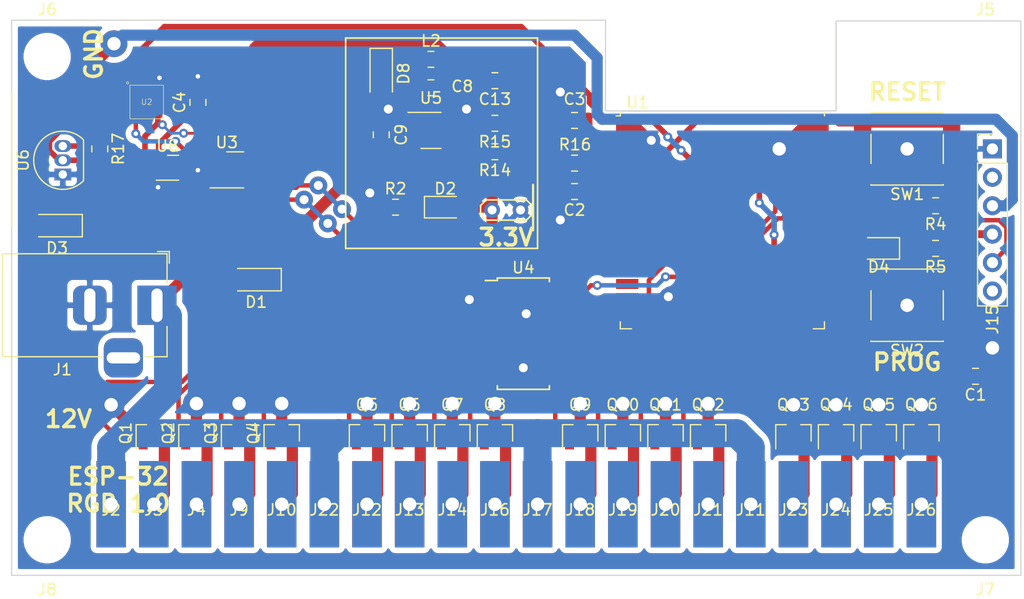
<source format=kicad_pcb>
(kicad_pcb (version 20171130) (host pcbnew "(5.1.0-0)")
  (layers (0 F.Cu signal) (31 B.Cu signal) (34 B.Paste user) (35 F.Paste user) (36 B.SilkS user) (37 F.SilkS user) (38 B.Mask user) (39 F.Mask user) (44 Edge.Cuts user))
  (net 0 "")
  (net 1 GND)
  (net 2 +3V3)
  (net 3 /RX)
  (net 4 /TX)
  (net 5 /DTR)
  (net 6 /CTS)
  (net 7 /VCC_FTDI)
  (net 8 +12V)
  (net 9 /RST)
  (net 10 /IO14)
  (net 11 /IO12)
  (net 12 /IO13)
  (net 13 /IO15)
  (net 14 "Net-(J8-Pad1)")
  (net 15 "Net-(J10-Pad1)")
  (net 16 "Net-(J12-Pad1)")
  (net 17 "Net-(U1-Pad5)")
  (net 18 "Net-(U1-Pad17)")
  (net 19 "Net-(U1-Pad18)")
  (net 20 "Net-(U1-Pad19)")
  (net 21 "Net-(U1-Pad20)")
  (net 22 "Net-(U1-Pad22)")
  (net 23 "Net-(U1-Pad24)")
  (net 24 "Net-(U1-Pad27)")
  (net 25 "Net-(U1-Pad28)")
  (net 26 "Net-(U1-Pad29)")
  (net 27 "Net-(U1-Pad31)")
  (net 28 "Net-(U1-Pad32)")
  (net 29 "Net-(U1-Pad37)")
  (net 30 "Net-(U1-Pad21)")
  (net 31 "Net-(D2-Pad1)")
  (net 32 /IO0)
  (net 33 /EXT4)
  (net 34 /EXT3)
  (net 35 /EXT2)
  (net 36 /EXT1)
  (net 37 "Net-(D4-Pad2)")
  (net 38 "Net-(D4-Pad1)")
  (net 39 "Net-(J5-Pad1)")
  (net 40 "Net-(J6-Pad1)")
  (net 41 "Net-(J7-Pad1)")
  (net 42 "Net-(J13-Pad1)")
  (net 43 "Net-(R4-Pad2)")
  (net 44 "Net-(U3-Pad7)")
  (net 45 "Net-(U3-Pad3)")
  (net 46 "Net-(U3-Pad4)")
  (net 47 ADC)
  (net 48 CHARGING)
  (net 49 "Net-(C8-Pad2)")
  (net 50 "Net-(C8-Pad1)")
  (net 51 "Net-(R14-Pad2)")
  (net 52 "Net-(U5-Pad3)")
  (net 53 ONE3)
  (net 54 "Net-(U8-Pad5)")
  (net 55 "Net-(U8-Pad4)")
  (net 56 SDA)
  (net 57 SCL)
  (net 58 "Net-(J3-Pad1)")
  (net 59 "Net-(J4-Pad1)")
  (net 60 "Net-(J9-Pad1)")
  (net 61 "Net-(J14-Pad1)")
  (net 62 "Net-(J16-Pad1)")
  (net 63 "Net-(J18-Pad1)")
  (net 64 "Net-(J19-Pad1)")
  (net 65 "Net-(J20-Pad1)")
  (net 66 "Net-(J21-Pad1)")
  (net 67 "Net-(J23-Pad1)")
  (net 68 "Net-(J24-Pad1)")
  (net 69 "Net-(J25-Pad1)")
  (net 70 "Net-(J26-Pad1)")
  (net 71 R1)
  (net 72 G1)
  (net 73 B1)
  (net 74 W1)
  (net 75 R2)
  (net 76 G2)
  (net 77 B2)
  (net 78 W2)
  (net 79 R3)
  (net 80 G3)
  (net 81 B3)
  (net 82 W3)
  (net 83 R4)
  (net 84 G4)
  (net 85 B4)
  (net 86 W4)
  (net 87 "Net-(U1-Pad6)")
  (net 88 "Net-(U1-Pad7)")
  (net 89 "Net-(U4-Pad25)")
  (net 90 "Net-(U4-Pad23)")
  (net 91 /ACT4088-33/VIN)
  (module PAD:pad_0.1x0.3_hole (layer F.Cu) (at 94.51 105.25)
    (fp_text reference J4 (at 0 0.5) (layer F.SilkS))
    (fp_text value G1)
    (fp_poly (pts (xy -1.27 -3.81) (xy -1.27 3.81) (xy 1.27 3.81) (xy 1.27 -3.81)) (layer B.Cu) (width 0.1))
    (fp_poly (pts (xy -1.27 -3.81) (xy -1.27 3.81) (xy 1.27 3.81) (xy 1.27 -3.81)) (layer F.Cu) (width 0.1))
    (pad 1 thru_hole circle (at 0 0) (size 2.5 2.5) (drill 1.2) (layers *.Cu *.Mask) (net 59 "Net-(J4-Pad1)"))
  )
  (module PAD:pad_0.1x0.3_hole (layer F.Cu) (at 90.7 105.25)
    (fp_text reference J3 (at 0 0.5) (layer F.SilkS))
    (fp_text value R1)
    (fp_poly (pts (xy -1.27 -3.81) (xy -1.27 3.81) (xy 1.27 3.81) (xy 1.27 -3.81)) (layer B.Cu) (width 0.1))
    (fp_poly (pts (xy -1.27 -3.81) (xy -1.27 3.81) (xy 1.27 3.81) (xy 1.27 -3.81)) (layer F.Cu) (width 0.1))
    (pad 1 thru_hole circle (at 0 0) (size 2.5 2.5) (drill 1.2) (layers *.Cu *.Mask) (net 58 "Net-(J3-Pad1)"))
  )
  (module PAD:pad_0.1x0.3_hole (layer F.Cu) (at 86.89 105.25)
    (fp_text reference J2 (at 0 0.5) (layer F.SilkS))
    (fp_text value +12V)
    (fp_poly (pts (xy -1.27 -3.81) (xy -1.27 3.81) (xy 1.27 3.81) (xy 1.27 -3.81)) (layer B.Cu) (width 0.1))
    (fp_poly (pts (xy -1.27 -3.81) (xy -1.27 3.81) (xy 1.27 3.81) (xy 1.27 -3.81)) (layer F.Cu) (width 0.1))
    (pad 1 thru_hole circle (at 0 0) (size 2.5 2.5) (drill 1.2) (layers *.Cu *.Mask) (net 8 +12V))
  )
  (module PAD:pad_0.1x0.3_hole (layer F.Cu) (at 159.28 105.25)
    (fp_text reference J26 (at 0 0.5) (layer F.SilkS))
    (fp_text value W1)
    (fp_poly (pts (xy -1.27 -3.81) (xy -1.27 3.81) (xy 1.27 3.81) (xy 1.27 -3.81)) (layer B.Cu) (width 0.1))
    (fp_poly (pts (xy -1.27 -3.81) (xy -1.27 3.81) (xy 1.27 3.81) (xy 1.27 -3.81)) (layer F.Cu) (width 0.1))
    (pad 1 thru_hole circle (at 0 0) (size 2.5 2.5) (drill 1.2) (layers *.Cu *.Mask) (net 70 "Net-(J26-Pad1)"))
  )
  (module PAD:pad_0.1x0.3_hole (layer F.Cu) (at 155.47 105.25)
    (fp_text reference J25 (at 0 0.5) (layer F.SilkS))
    (fp_text value B4)
    (fp_poly (pts (xy -1.27 -3.81) (xy -1.27 3.81) (xy 1.27 3.81) (xy 1.27 -3.81)) (layer B.Cu) (width 0.1))
    (fp_poly (pts (xy -1.27 -3.81) (xy -1.27 3.81) (xy 1.27 3.81) (xy 1.27 -3.81)) (layer F.Cu) (width 0.1))
    (pad 1 thru_hole circle (at 0 0) (size 2.5 2.5) (drill 1.2) (layers *.Cu *.Mask) (net 69 "Net-(J25-Pad1)"))
  )
  (module PAD:pad_0.1x0.3_hole (layer F.Cu) (at 151.66 105.25)
    (fp_text reference J24 (at 0 0.5) (layer F.SilkS))
    (fp_text value G4)
    (fp_poly (pts (xy -1.27 -3.81) (xy -1.27 3.81) (xy 1.27 3.81) (xy 1.27 -3.81)) (layer B.Cu) (width 0.1))
    (fp_poly (pts (xy -1.27 -3.81) (xy -1.27 3.81) (xy 1.27 3.81) (xy 1.27 -3.81)) (layer F.Cu) (width 0.1))
    (pad 1 thru_hole circle (at 0 0) (size 2.5 2.5) (drill 1.2) (layers *.Cu *.Mask) (net 68 "Net-(J24-Pad1)"))
  )
  (module PAD:pad_0.1x0.3_hole (layer F.Cu) (at 147.85 105.25)
    (fp_text reference J23 (at 0 0.5) (layer F.SilkS))
    (fp_text value R4)
    (fp_poly (pts (xy -1.27 -3.81) (xy -1.27 3.81) (xy 1.27 3.81) (xy 1.27 -3.81)) (layer B.Cu) (width 0.1))
    (fp_poly (pts (xy -1.27 -3.81) (xy -1.27 3.81) (xy 1.27 3.81) (xy 1.27 -3.81)) (layer F.Cu) (width 0.1))
    (pad 1 thru_hole circle (at 0 0) (size 2.5 2.5) (drill 1.2) (layers *.Cu *.Mask) (net 67 "Net-(J23-Pad1)"))
  )
  (module PAD:pad_0.1x0.3_hole (layer F.Cu) (at 105.94 105.25)
    (fp_text reference J22 (at 0 0.5) (layer F.SilkS))
    (fp_text value +12V)
    (fp_poly (pts (xy -1.27 -3.81) (xy -1.27 3.81) (xy 1.27 3.81) (xy 1.27 -3.81)) (layer B.Cu) (width 0.1))
    (fp_poly (pts (xy -1.27 -3.81) (xy -1.27 3.81) (xy 1.27 3.81) (xy 1.27 -3.81)) (layer F.Cu) (width 0.1))
    (pad 1 thru_hole circle (at 0 0) (size 2.5 2.5) (drill 1.2) (layers *.Cu *.Mask) (net 8 +12V))
  )
  (module PAD:pad_0.1x0.3_hole (layer F.Cu) (at 140.23 105.25)
    (fp_text reference J21 (at 0 0.5) (layer F.SilkS))
    (fp_text value W3)
    (fp_poly (pts (xy -1.27 -3.81) (xy -1.27 3.81) (xy 1.27 3.81) (xy 1.27 -3.81)) (layer B.Cu) (width 0.1))
    (fp_poly (pts (xy -1.27 -3.81) (xy -1.27 3.81) (xy 1.27 3.81) (xy 1.27 -3.81)) (layer F.Cu) (width 0.1))
    (pad 1 thru_hole circle (at 0 0) (size 2.5 2.5) (drill 1.2) (layers *.Cu *.Mask) (net 66 "Net-(J21-Pad1)"))
  )
  (module PAD:pad_0.1x0.3_hole (layer F.Cu) (at 136.42 105.25)
    (fp_text reference J20 (at 0 0.5) (layer F.SilkS))
    (fp_text value B3)
    (fp_poly (pts (xy -1.27 -3.81) (xy -1.27 3.81) (xy 1.27 3.81) (xy 1.27 -3.81)) (layer B.Cu) (width 0.1))
    (fp_poly (pts (xy -1.27 -3.81) (xy -1.27 3.81) (xy 1.27 3.81) (xy 1.27 -3.81)) (layer F.Cu) (width 0.1))
    (pad 1 thru_hole circle (at 0 0) (size 2.5 2.5) (drill 1.2) (layers *.Cu *.Mask) (net 65 "Net-(J20-Pad1)"))
  )
  (module PAD:pad_0.1x0.3_hole (layer F.Cu) (at 132.61 105.25)
    (fp_text reference J19 (at 0 0.5) (layer F.SilkS))
    (fp_text value G3)
    (fp_poly (pts (xy -1.27 -3.81) (xy -1.27 3.81) (xy 1.27 3.81) (xy 1.27 -3.81)) (layer B.Cu) (width 0.1))
    (fp_poly (pts (xy -1.27 -3.81) (xy -1.27 3.81) (xy 1.27 3.81) (xy 1.27 -3.81)) (layer F.Cu) (width 0.1))
    (pad 1 thru_hole circle (at 0 0) (size 2.5 2.5) (drill 1.2) (layers *.Cu *.Mask) (net 64 "Net-(J19-Pad1)"))
  )
  (module PAD:pad_0.1x0.3_hole (layer F.Cu) (at 128.8 105.25)
    (fp_text reference J18 (at 0 0.5) (layer F.SilkS))
    (fp_text value R3)
    (fp_poly (pts (xy -1.27 -3.81) (xy -1.27 3.81) (xy 1.27 3.81) (xy 1.27 -3.81)) (layer B.Cu) (width 0.1))
    (fp_poly (pts (xy -1.27 -3.81) (xy -1.27 3.81) (xy 1.27 3.81) (xy 1.27 -3.81)) (layer F.Cu) (width 0.1))
    (pad 1 thru_hole circle (at 0 0) (size 2.5 2.5) (drill 1.2) (layers *.Cu *.Mask) (net 63 "Net-(J18-Pad1)"))
  )
  (module PAD:pad_0.1x0.3_hole (layer F.Cu) (at 124.99 105.25)
    (fp_text reference J17 (at 0 0.5) (layer F.SilkS))
    (fp_text value +12V)
    (fp_poly (pts (xy -1.27 -3.81) (xy -1.27 3.81) (xy 1.27 3.81) (xy 1.27 -3.81)) (layer B.Cu) (width 0.1))
    (fp_poly (pts (xy -1.27 -3.81) (xy -1.27 3.81) (xy 1.27 3.81) (xy 1.27 -3.81)) (layer F.Cu) (width 0.1))
    (pad 1 thru_hole circle (at 0 0) (size 2.5 2.5) (drill 1.2) (layers *.Cu *.Mask) (net 8 +12V))
  )
  (module PAD:pad_0.1x0.3_hole (layer F.Cu) (at 121.18 105.25)
    (fp_text reference J16 (at 0 0.5) (layer F.SilkS))
    (fp_text value W2)
    (fp_poly (pts (xy -1.27 -3.81) (xy -1.27 3.81) (xy 1.27 3.81) (xy 1.27 -3.81)) (layer B.Cu) (width 0.1))
    (fp_poly (pts (xy -1.27 -3.81) (xy -1.27 3.81) (xy 1.27 3.81) (xy 1.27 -3.81)) (layer F.Cu) (width 0.1))
    (pad 1 thru_hole circle (at 0 0) (size 2.5 2.5) (drill 1.2) (layers *.Cu *.Mask) (net 62 "Net-(J16-Pad1)"))
  )
  (module PAD:pad_0.1x0.3_hole (layer F.Cu) (at 117.37 105.25)
    (fp_text reference J14 (at 0 0.5) (layer F.SilkS))
    (fp_text value B2)
    (fp_poly (pts (xy -1.27 -3.81) (xy -1.27 3.81) (xy 1.27 3.81) (xy 1.27 -3.81)) (layer B.Cu) (width 0.1))
    (fp_poly (pts (xy -1.27 -3.81) (xy -1.27 3.81) (xy 1.27 3.81) (xy 1.27 -3.81)) (layer F.Cu) (width 0.1))
    (pad 1 thru_hole circle (at 0 0) (size 2.5 2.5) (drill 1.2) (layers *.Cu *.Mask) (net 61 "Net-(J14-Pad1)"))
  )
  (module PAD:pad_0.1x0.3_hole (layer F.Cu) (at 113.56 105.25)
    (fp_text reference J13 (at 0 0.5) (layer F.SilkS))
    (fp_text value G2)
    (fp_poly (pts (xy -1.27 -3.81) (xy -1.27 3.81) (xy 1.27 3.81) (xy 1.27 -3.81)) (layer B.Cu) (width 0.1))
    (fp_poly (pts (xy -1.27 -3.81) (xy -1.27 3.81) (xy 1.27 3.81) (xy 1.27 -3.81)) (layer F.Cu) (width 0.1))
    (pad 1 thru_hole circle (at 0 0) (size 2.5 2.5) (drill 1.2) (layers *.Cu *.Mask) (net 42 "Net-(J13-Pad1)"))
  )
  (module PAD:pad_0.1x0.3_hole (layer F.Cu) (at 109.75 105.25)
    (fp_text reference J12 (at 0 0.5) (layer F.SilkS))
    (fp_text value R2)
    (fp_poly (pts (xy -1.27 -3.81) (xy -1.27 3.81) (xy 1.27 3.81) (xy 1.27 -3.81)) (layer B.Cu) (width 0.1))
    (fp_poly (pts (xy -1.27 -3.81) (xy -1.27 3.81) (xy 1.27 3.81) (xy 1.27 -3.81)) (layer F.Cu) (width 0.1))
    (pad 1 thru_hole circle (at 0 0) (size 2.5 2.5) (drill 1.2) (layers *.Cu *.Mask) (net 16 "Net-(J12-Pad1)"))
  )
  (module PAD:pad_0.1x0.3_hole (layer F.Cu) (at 144.04 105.25)
    (fp_text reference J11 (at 0 0.5) (layer F.SilkS))
    (fp_text value +12V)
    (fp_poly (pts (xy -1.27 -3.81) (xy -1.27 3.81) (xy 1.27 3.81) (xy 1.27 -3.81)) (layer B.Cu) (width 0.1))
    (fp_poly (pts (xy -1.27 -3.81) (xy -1.27 3.81) (xy 1.27 3.81) (xy 1.27 -3.81)) (layer F.Cu) (width 0.1))
    (pad 1 thru_hole circle (at 0 0) (size 2.5 2.5) (drill 1.2) (layers *.Cu *.Mask) (net 8 +12V))
  )
  (module PAD:pad_0.1x0.3_hole (layer F.Cu) (at 102.13 105.25)
    (fp_text reference J10 (at 0 0.5) (layer F.SilkS))
    (fp_text value W1)
    (fp_poly (pts (xy -1.27 -3.81) (xy -1.27 3.81) (xy 1.27 3.81) (xy 1.27 -3.81)) (layer B.Cu) (width 0.1))
    (fp_poly (pts (xy -1.27 -3.81) (xy -1.27 3.81) (xy 1.27 3.81) (xy 1.27 -3.81)) (layer F.Cu) (width 0.1))
    (pad 1 thru_hole circle (at 0 0) (size 2.5 2.5) (drill 1.2) (layers *.Cu *.Mask) (net 15 "Net-(J10-Pad1)"))
  )
  (module PAD:pad_0.1x0.3_hole (layer F.Cu) (at 98.32 105.25)
    (fp_text reference J9 (at 0 0.5) (layer F.SilkS))
    (fp_text value B1)
    (fp_poly (pts (xy -1.27 -3.81) (xy -1.27 3.81) (xy 1.27 3.81) (xy 1.27 -3.81)) (layer B.Cu) (width 0.1))
    (fp_poly (pts (xy -1.27 -3.81) (xy -1.27 3.81) (xy 1.27 3.81) (xy 1.27 -3.81)) (layer F.Cu) (width 0.1))
    (pad 1 thru_hole circle (at 0 0) (size 2.5 2.5) (drill 1.2) (layers *.Cu *.Mask) (net 60 "Net-(J9-Pad1)"))
  )
  (module RF_Module:ESP32-WROOM-32U (layer F.Cu) (at 141.5 79.85)
    (fp_text reference U1 (at -7.58 -10.5 180) (layer F.SilkS))
    (fp_text value ESP32-WROOM-32U)
    (pad 39 smd rect (at -1 -0.755) (size 5 5) (layers F.Cu F.Paste F.Mask))
    (pad 1 smd rect (at -8.5 -8.255) (size 2 0.9) (layers F.Cu F.Paste F.Mask) (net 1 GND))
    (pad 2 smd rect (at -8.5 -6.985) (size 2 0.9) (layers F.Cu F.Paste F.Mask) (net 2 +3V3))
    (pad 3 smd rect (at -8.5 -5.715) (size 2 0.9) (layers F.Cu F.Paste F.Mask) (net 9 /RST))
    (pad 4 smd rect (at -8.5 -4.445) (size 2 0.9) (layers F.Cu F.Paste F.Mask) (net 48 CHARGING))
    (pad 5 smd rect (at -8.5 -3.175) (size 2 0.9) (layers F.Cu F.Paste F.Mask) (net 17 "Net-(U1-Pad5)"))
    (pad 6 smd rect (at -8.5 -1.905) (size 2 0.9) (layers F.Cu F.Paste F.Mask) (net 87 "Net-(U1-Pad6)"))
    (pad 7 smd rect (at -8.5 -0.635) (size 2 0.9) (layers F.Cu F.Paste F.Mask) (net 88 "Net-(U1-Pad7)"))
    (pad 8 smd rect (at -8.5 0.635) (size 2 0.9) (layers F.Cu F.Paste F.Mask) (net 34 /EXT3))
    (pad 9 smd rect (at -8.5 1.905) (size 2 0.9) (layers F.Cu F.Paste F.Mask) (net 33 /EXT4))
    (pad 10 smd rect (at -8.5 3.175) (size 2 0.9) (layers F.Cu F.Paste F.Mask) (net 36 /EXT1))
    (pad 11 smd rect (at -8.5 4.445) (size 2 0.9) (layers F.Cu F.Paste F.Mask) (net 35 /EXT2))
    (pad 12 smd rect (at -8.5 5.715) (size 2 0.9) (layers F.Cu F.Paste F.Mask) (net 47 ADC))
    (pad 13 smd rect (at -8.5 6.985) (size 2 0.9) (layers F.Cu F.Paste F.Mask) (net 10 /IO14))
    (pad 14 smd rect (at -8.5 8.255) (size 2 0.9) (layers F.Cu F.Paste F.Mask) (net 11 /IO12))
    (pad 15 smd rect (at -5.715 9.255 270) (size 2 0.9) (layers F.Cu F.Paste F.Mask) (net 1 GND))
    (pad 16 smd rect (at -4.445 9.255 90) (size 2 0.9) (layers F.Cu F.Paste F.Mask) (net 12 /IO13))
    (pad 17 smd rect (at -3.175 9.255 90) (size 2 0.9) (layers F.Cu F.Paste F.Mask) (net 18 "Net-(U1-Pad17)"))
    (pad 18 smd rect (at -1.905 9.255 90) (size 2 0.9) (layers F.Cu F.Paste F.Mask) (net 19 "Net-(U1-Pad18)"))
    (pad 19 smd rect (at -0.635 9.255 90) (size 2 0.9) (layers F.Cu F.Paste F.Mask) (net 20 "Net-(U1-Pad19)"))
    (pad 20 smd rect (at 0.635 9.255 90) (size 2 0.9) (layers F.Cu F.Paste F.Mask) (net 21 "Net-(U1-Pad20)"))
    (pad 21 smd rect (at 1.905 9.255 90) (size 2 0.9) (layers F.Cu F.Paste F.Mask) (net 30 "Net-(U1-Pad21)"))
    (pad 22 smd rect (at 3.175 9.255 90) (size 2 0.9) (layers F.Cu F.Paste F.Mask) (net 22 "Net-(U1-Pad22)"))
    (pad 23 smd rect (at 4.445 9.255 90) (size 2 0.9) (layers F.Cu F.Paste F.Mask) (net 13 /IO15))
    (pad 24 smd rect (at 5.715 9.255 90) (size 2 0.9) (layers F.Cu F.Paste F.Mask) (net 23 "Net-(U1-Pad24)"))
    (pad 25 smd rect (at 8.5 8.255) (size 2 0.9) (layers F.Cu F.Paste F.Mask) (net 32 /IO0))
    (pad 26 smd rect (at 8.5 6.985) (size 2 0.9) (layers F.Cu F.Paste F.Mask) (net 53 ONE3))
    (pad 27 smd rect (at 8.5 5.715) (size 2 0.9) (layers F.Cu F.Paste F.Mask) (net 24 "Net-(U1-Pad27)"))
    (pad 28 smd rect (at 8.5 4.445) (size 2 0.9) (layers F.Cu F.Paste F.Mask) (net 25 "Net-(U1-Pad28)"))
    (pad 29 smd rect (at 8.5 3.175) (size 2 0.9) (layers F.Cu F.Paste F.Mask) (net 26 "Net-(U1-Pad29)"))
    (pad 30 smd rect (at 8.5 1.905) (size 2 0.9) (layers F.Cu F.Paste F.Mask) (net 37 "Net-(D4-Pad2)"))
    (pad 31 smd rect (at 8.5 0.635) (size 2 0.9) (layers F.Cu F.Paste F.Mask) (net 27 "Net-(U1-Pad31)"))
    (pad 32 smd rect (at 8.5 -0.635) (size 2 0.9) (layers F.Cu F.Paste F.Mask) (net 28 "Net-(U1-Pad32)"))
    (pad 33 smd rect (at 8.5 -1.905) (size 2 0.9) (layers F.Cu F.Paste F.Mask) (net 56 SDA))
    (pad 34 smd rect (at 8.5 -3.175) (size 2 0.9) (layers F.Cu F.Paste F.Mask) (net 3 /RX))
    (pad 35 smd rect (at 8.5 -4.445) (size 2 0.9) (layers F.Cu F.Paste F.Mask) (net 43 "Net-(R4-Pad2)"))
    (pad 36 smd rect (at 8.5 -5.715) (size 2 0.9) (layers F.Cu F.Paste F.Mask) (net 57 SCL))
    (pad 37 smd rect (at 8.5 -6.985) (size 2 0.9) (layers F.Cu F.Paste F.Mask) (net 29 "Net-(U1-Pad37)"))
    (pad 38 smd rect (at 8.5 -8.255) (size 2 0.9) (layers F.Cu F.Paste F.Mask) (net 1 GND))
  )
  (module Diode_SMD:D_SOD-123 (layer F.Cu) (at 82.064 80.358 180)
    (fp_text reference D3 (at 0 -2 180) (layer F.SilkS))
    (fp_text value D_Schottky)
    (pad 2 smd rect (at 1.65 0 180) (size 0.9 1.2) (layers F.Cu F.Paste F.Mask) (net 7 /VCC_FTDI))
    (pad 1 smd rect (at -1.65 0 180) (size 0.9 1.2) (layers F.Cu F.Paste F.Mask) (net 91 /ACT4088-33/VIN))
  )
  (module Diode_SMD:D_SOD-123 (layer F.Cu) (at 99.844 85.184 180)
    (fp_text reference D1 (at 0 -2 180) (layer F.SilkS))
    (fp_text value D_Schottky)
    (pad 2 smd rect (at 1.65 0 180) (size 0.9 1.2) (layers F.Cu F.Paste F.Mask) (net 8 +12V))
    (pad 1 smd rect (at -1.65 0 180) (size 0.9 1.2) (layers F.Cu F.Paste F.Mask) (net 91 /ACT4088-33/VIN))
  )
  (module Package_TO_SOT_THT:TO-92_Inline (layer F.Cu) (at 82.572 75.786 90)
    (fp_text reference U6 (at 1.27 -3.56 90) (layer F.SilkS))
    (fp_text value DS18B20)
    (pad 1 thru_hole rect (at 0 0 90) (size 1.05 1.5) (drill 0.75) (layers *.Cu *.Mask) (net 1 GND))
    (pad 3 thru_hole oval (at 2.54 0 90) (size 1.05 1.5) (drill 0.75) (layers *.Cu *.Mask) (net 2 +3V3))
    (pad 2 thru_hole oval (at 1.27 0 90) (size 1.05 1.5) (drill 0.75) (layers *.Cu *.Mask) (net 53 ONE3))
  )
  (module Package_SO:TSSOP-28_4.4x9.7mm_P0.65mm (layer F.Cu) (at 123.72 90.01)
    (fp_text reference U4 (at 0 -5.9) (layer F.SilkS))
    (fp_text value PCA9685PW)
    (pad 28 smd rect (at 2.85 -4.225) (size 1.1 0.4) (layers F.Cu F.Paste F.Mask) (net 2 +3V3))
    (pad 27 smd rect (at 2.85 -3.575) (size 1.1 0.4) (layers F.Cu F.Paste F.Mask) (net 56 SDA))
    (pad 26 smd rect (at 2.85 -2.925) (size 1.1 0.4) (layers F.Cu F.Paste F.Mask) (net 57 SCL))
    (pad 25 smd rect (at 2.85 -2.275) (size 1.1 0.4) (layers F.Cu F.Paste F.Mask) (net 89 "Net-(U4-Pad25)"))
    (pad 24 smd rect (at 2.85 -1.625) (size 1.1 0.4) (layers F.Cu F.Paste F.Mask) (net 1 GND))
    (pad 23 smd rect (at 2.85 -0.975) (size 1.1 0.4) (layers F.Cu F.Paste F.Mask) (net 90 "Net-(U4-Pad23)"))
    (pad 22 smd rect (at 2.85 -0.325) (size 1.1 0.4) (layers F.Cu F.Paste F.Mask) (net 86 W4))
    (pad 21 smd rect (at 2.85 0.325) (size 1.1 0.4) (layers F.Cu F.Paste F.Mask) (net 85 B4))
    (pad 20 smd rect (at 2.85 0.975) (size 1.1 0.4) (layers F.Cu F.Paste F.Mask) (net 84 G4))
    (pad 19 smd rect (at 2.85 1.625) (size 1.1 0.4) (layers F.Cu F.Paste F.Mask) (net 83 R4))
    (pad 18 smd rect (at 2.85 2.275) (size 1.1 0.4) (layers F.Cu F.Paste F.Mask) (net 82 W3))
    (pad 17 smd rect (at 2.85 2.925) (size 1.1 0.4) (layers F.Cu F.Paste F.Mask) (net 81 B3))
    (pad 16 smd rect (at 2.85 3.575) (size 1.1 0.4) (layers F.Cu F.Paste F.Mask) (net 80 G3))
    (pad 15 smd rect (at 2.85 4.225) (size 1.1 0.4) (layers F.Cu F.Paste F.Mask) (net 79 R3))
    (pad 14 smd rect (at -2.85 4.225) (size 1.1 0.4) (layers F.Cu F.Paste F.Mask) (net 1 GND))
    (pad 13 smd rect (at -2.85 3.575) (size 1.1 0.4) (layers F.Cu F.Paste F.Mask) (net 78 W2))
    (pad 12 smd rect (at -2.85 2.925) (size 1.1 0.4) (layers F.Cu F.Paste F.Mask) (net 77 B2))
    (pad 11 smd rect (at -2.85 2.275) (size 1.1 0.4) (layers F.Cu F.Paste F.Mask) (net 76 G2))
    (pad 10 smd rect (at -2.85 1.625) (size 1.1 0.4) (layers F.Cu F.Paste F.Mask) (net 75 R2))
    (pad 9 smd rect (at -2.85 0.975) (size 1.1 0.4) (layers F.Cu F.Paste F.Mask) (net 74 W1))
    (pad 8 smd rect (at -2.85 0.325) (size 1.1 0.4) (layers F.Cu F.Paste F.Mask) (net 73 B1))
    (pad 7 smd rect (at -2.85 -0.325) (size 1.1 0.4) (layers F.Cu F.Paste F.Mask) (net 72 G1))
    (pad 6 smd rect (at -2.85 -0.975) (size 1.1 0.4) (layers F.Cu F.Paste F.Mask) (net 71 R1))
    (pad 5 smd rect (at -2.85 -1.625) (size 1.1 0.4) (layers F.Cu F.Paste F.Mask) (net 1 GND))
    (pad 4 smd rect (at -2.85 -2.275) (size 1.1 0.4) (layers F.Cu F.Paste F.Mask) (net 1 GND))
    (pad 3 smd rect (at -2.85 -2.925) (size 1.1 0.4) (layers F.Cu F.Paste F.Mask) (net 1 GND))
    (pad 2 smd rect (at -2.85 -3.575) (size 1.1 0.4) (layers F.Cu F.Paste F.Mask) (net 1 GND))
    (pad 1 smd rect (at -2.85 -4.225) (size 1.1 0.4) (layers F.Cu F.Paste F.Mask) (net 1 GND))
  )
  (module Package_TO_SOT_SMD:SOT-23 (layer F.Cu) (at 159.28 98.9 90)
    (fp_text reference Q16 (at 2.54 0 180) (layer F.SilkS))
    (fp_text value ZXMS6004)
    (pad 3 smd rect (at 1 0 90) (size 0.9 0.8) (layers F.Cu F.Paste F.Mask) (net 1 GND))
    (pad 2 smd rect (at -1 0.95 90) (size 0.9 0.8) (layers F.Cu F.Paste F.Mask) (net 70 "Net-(J26-Pad1)"))
    (pad 1 smd rect (at -1 -0.95 90) (size 0.9 0.8) (layers F.Cu F.Paste F.Mask) (net 86 W4))
  )
  (module Package_TO_SOT_SMD:SOT-23 (layer F.Cu) (at 155.47 98.9 90)
    (fp_text reference Q15 (at 2.54 0 180) (layer F.SilkS))
    (fp_text value ZXMS6004)
    (pad 3 smd rect (at 1 0 90) (size 0.9 0.8) (layers F.Cu F.Paste F.Mask) (net 1 GND))
    (pad 2 smd rect (at -1 0.95 90) (size 0.9 0.8) (layers F.Cu F.Paste F.Mask) (net 69 "Net-(J25-Pad1)"))
    (pad 1 smd rect (at -1 -0.95 90) (size 0.9 0.8) (layers F.Cu F.Paste F.Mask) (net 85 B4))
  )
  (module Package_TO_SOT_SMD:SOT-23 (layer F.Cu) (at 151.66 98.9 90)
    (fp_text reference Q14 (at 2.54 0 180) (layer F.SilkS))
    (fp_text value ZXMS6004)
    (pad 3 smd rect (at 1 0 90) (size 0.9 0.8) (layers F.Cu F.Paste F.Mask) (net 1 GND))
    (pad 2 smd rect (at -1 0.95 90) (size 0.9 0.8) (layers F.Cu F.Paste F.Mask) (net 68 "Net-(J24-Pad1)"))
    (pad 1 smd rect (at -1 -0.95 90) (size 0.9 0.8) (layers F.Cu F.Paste F.Mask) (net 84 G4))
  )
  (module Package_TO_SOT_SMD:SOT-23 (layer F.Cu) (at 147.85 98.9 90)
    (fp_text reference Q13 (at 2.54 0 180) (layer F.SilkS))
    (fp_text value ZXMS6004)
    (pad 3 smd rect (at 1 0 90) (size 0.9 0.8) (layers F.Cu F.Paste F.Mask) (net 1 GND))
    (pad 2 smd rect (at -1 0.95 90) (size 0.9 0.8) (layers F.Cu F.Paste F.Mask) (net 67 "Net-(J23-Pad1)"))
    (pad 1 smd rect (at -1 -0.95 90) (size 0.9 0.8) (layers F.Cu F.Paste F.Mask) (net 83 R4))
  )
  (module Package_TO_SOT_SMD:SOT-23 (layer F.Cu) (at 140.23 98.9 90)
    (fp_text reference Q12 (at 2.54 0 180) (layer F.SilkS))
    (fp_text value ZXMS6004)
    (pad 3 smd rect (at 1 0 90) (size 0.9 0.8) (layers F.Cu F.Paste F.Mask) (net 1 GND))
    (pad 2 smd rect (at -1 0.95 90) (size 0.9 0.8) (layers F.Cu F.Paste F.Mask) (net 66 "Net-(J21-Pad1)"))
    (pad 1 smd rect (at -1 -0.95 90) (size 0.9 0.8) (layers F.Cu F.Paste F.Mask) (net 82 W3))
  )
  (module Package_TO_SOT_SMD:SOT-23 (layer F.Cu) (at 136.42 98.9 90)
    (fp_text reference Q11 (at 2.54 0 180) (layer F.SilkS))
    (fp_text value ZXMS6004)
    (pad 3 smd rect (at 1 0 90) (size 0.9 0.8) (layers F.Cu F.Paste F.Mask) (net 1 GND))
    (pad 2 smd rect (at -1 0.95 90) (size 0.9 0.8) (layers F.Cu F.Paste F.Mask) (net 65 "Net-(J20-Pad1)"))
    (pad 1 smd rect (at -1 -0.95 90) (size 0.9 0.8) (layers F.Cu F.Paste F.Mask) (net 81 B3))
  )
  (module Package_TO_SOT_SMD:SOT-23 (layer F.Cu) (at 132.61 98.9 90)
    (fp_text reference Q10 (at 2.54 0 180) (layer F.SilkS))
    (fp_text value ZXMS6004)
    (pad 3 smd rect (at 1 0 90) (size 0.9 0.8) (layers F.Cu F.Paste F.Mask) (net 1 GND))
    (pad 2 smd rect (at -1 0.95 90) (size 0.9 0.8) (layers F.Cu F.Paste F.Mask) (net 64 "Net-(J19-Pad1)"))
    (pad 1 smd rect (at -1 -0.95 90) (size 0.9 0.8) (layers F.Cu F.Paste F.Mask) (net 80 G3))
  )
  (module Package_TO_SOT_SMD:SOT-23 (layer F.Cu) (at 128.8 98.9 90)
    (fp_text reference Q9 (at 2.54 0 180) (layer F.SilkS))
    (fp_text value ZXMS6004)
    (pad 3 smd rect (at 1 0 90) (size 0.9 0.8) (layers F.Cu F.Paste F.Mask) (net 1 GND))
    (pad 2 smd rect (at -1 0.95 90) (size 0.9 0.8) (layers F.Cu F.Paste F.Mask) (net 63 "Net-(J18-Pad1)"))
    (pad 1 smd rect (at -1 -0.95 90) (size 0.9 0.8) (layers F.Cu F.Paste F.Mask) (net 79 R3))
  )
  (module Package_TO_SOT_SMD:SOT-23 (layer F.Cu) (at 121.18 98.9 90)
    (fp_text reference Q8 (at 2.54 0 180) (layer F.SilkS))
    (fp_text value ZXMS6004)
    (pad 3 smd rect (at 1 0 90) (size 0.9 0.8) (layers F.Cu F.Paste F.Mask) (net 1 GND))
    (pad 2 smd rect (at -1 0.95 90) (size 0.9 0.8) (layers F.Cu F.Paste F.Mask) (net 62 "Net-(J16-Pad1)"))
    (pad 1 smd rect (at -1 -0.95 90) (size 0.9 0.8) (layers F.Cu F.Paste F.Mask) (net 78 W2))
  )
  (module Package_TO_SOT_SMD:SOT-23 (layer F.Cu) (at 117.37 98.9 90)
    (fp_text reference Q7 (at 2.54 0 180) (layer F.SilkS))
    (fp_text value ZXMS6004)
    (pad 3 smd rect (at 1 0 90) (size 0.9 0.8) (layers F.Cu F.Paste F.Mask) (net 1 GND))
    (pad 2 smd rect (at -1 0.95 90) (size 0.9 0.8) (layers F.Cu F.Paste F.Mask) (net 61 "Net-(J14-Pad1)"))
    (pad 1 smd rect (at -1 -0.95 90) (size 0.9 0.8) (layers F.Cu F.Paste F.Mask) (net 77 B2))
  )
  (module Package_TO_SOT_SMD:SOT-23 (layer F.Cu) (at 113.56 98.9 90)
    (fp_text reference Q6 (at 2.54 0 180) (layer F.SilkS))
    (fp_text value ZXMS6004)
    (pad 3 smd rect (at 1 0 90) (size 0.9 0.8) (layers F.Cu F.Paste F.Mask) (net 1 GND))
    (pad 2 smd rect (at -1 0.95 90) (size 0.9 0.8) (layers F.Cu F.Paste F.Mask) (net 42 "Net-(J13-Pad1)"))
    (pad 1 smd rect (at -1 -0.95 90) (size 0.9 0.8) (layers F.Cu F.Paste F.Mask) (net 76 G2))
  )
  (module Package_TO_SOT_SMD:SOT-23 (layer F.Cu) (at 109.75 98.9 90)
    (fp_text reference Q5 (at 2.54 0 180) (layer F.SilkS))
    (fp_text value ZXMS6004)
    (pad 3 smd rect (at 1 0 90) (size 0.9 0.8) (layers F.Cu F.Paste F.Mask) (net 1 GND))
    (pad 2 smd rect (at -1 0.95 90) (size 0.9 0.8) (layers F.Cu F.Paste F.Mask) (net 16 "Net-(J12-Pad1)"))
    (pad 1 smd rect (at -1 -0.95 90) (size 0.9 0.8) (layers F.Cu F.Paste F.Mask) (net 75 R2))
  )
  (module Package_TO_SOT_SMD:SOT-23 (layer F.Cu) (at 102.13 98.9 90)
    (fp_text reference Q4 (at 0 -2.5 90) (layer F.SilkS))
    (fp_text value ZXMS6004)
    (pad 3 smd rect (at 1 0 90) (size 0.9 0.8) (layers F.Cu F.Paste F.Mask) (net 1 GND))
    (pad 2 smd rect (at -1 0.95 90) (size 0.9 0.8) (layers F.Cu F.Paste F.Mask) (net 15 "Net-(J10-Pad1)"))
    (pad 1 smd rect (at -1 -0.95 90) (size 0.9 0.8) (layers F.Cu F.Paste F.Mask) (net 74 W1))
  )
  (module Package_TO_SOT_SMD:SOT-23 (layer F.Cu) (at 98.32 98.9 90)
    (fp_text reference Q3 (at 0 -2.5 90) (layer F.SilkS))
    (fp_text value ZXMS6004)
    (pad 3 smd rect (at 1 0 90) (size 0.9 0.8) (layers F.Cu F.Paste F.Mask) (net 1 GND))
    (pad 2 smd rect (at -1 0.95 90) (size 0.9 0.8) (layers F.Cu F.Paste F.Mask) (net 60 "Net-(J9-Pad1)"))
    (pad 1 smd rect (at -1 -0.95 90) (size 0.9 0.8) (layers F.Cu F.Paste F.Mask) (net 73 B1))
  )
  (module Package_TO_SOT_SMD:SOT-23 (layer F.Cu) (at 94.51 98.9 90)
    (fp_text reference Q2 (at 0 -2.5 90) (layer F.SilkS))
    (fp_text value ZXMS6004)
    (pad 3 smd rect (at 1 0 90) (size 0.9 0.8) (layers F.Cu F.Paste F.Mask) (net 1 GND))
    (pad 2 smd rect (at -1 0.95 90) (size 0.9 0.8) (layers F.Cu F.Paste F.Mask) (net 59 "Net-(J4-Pad1)"))
    (pad 1 smd rect (at -1 -0.95 90) (size 0.9 0.8) (layers F.Cu F.Paste F.Mask) (net 72 G1))
  )
  (module Package_TO_SOT_SMD:SOT-23 (layer F.Cu) (at 90.7 98.9 90)
    (fp_text reference Q1 (at 0 -2.5 90) (layer F.SilkS))
    (fp_text value ZXMS6004)
    (pad 3 smd rect (at 1 0 90) (size 0.9 0.8) (layers F.Cu F.Paste F.Mask) (net 1 GND))
    (pad 2 smd rect (at -1 0.95 90) (size 0.9 0.8) (layers F.Cu F.Paste F.Mask) (net 58 "Net-(J3-Pad1)"))
    (pad 1 smd rect (at -1 -0.95 90) (size 0.9 0.8) (layers F.Cu F.Paste F.Mask) (net 71 R1))
  )
  (module OptoDevice:Broadcom_DFN-6_2x2mm_P0.65mm (layer F.Cu) (at 91.9225 75.184)
    (fp_text reference U8 (at 0 -1.95) (layer F.SilkS))
    (fp_text value TCS3400)
    (pad 6 smd roundrect (at 0.7875 -0.65) (size 1.175 0.3) (layers F.Cu F.Paste F.Mask) (net 56 SDA))
    (pad 5 smd roundrect (at 0.7875 0) (size 1.175 0.3) (layers F.Cu F.Paste F.Mask) (net 54 "Net-(U8-Pad5)"))
    (pad 4 smd roundrect (at 0.7875 0.65) (size 1.175 0.3) (layers F.Cu F.Paste F.Mask) (net 55 "Net-(U8-Pad4)"))
    (pad 3 smd roundrect (at -0.7875 0.65) (size 1.175 0.3) (layers F.Cu F.Paste F.Mask) (net 1 GND))
    (pad 2 smd roundrect (at -0.7875 0) (size 1.175 0.3) (layers F.Cu F.Paste F.Mask) (net 57 SCL))
    (pad 1 smd roundrect (at -0.7875 -0.65) (size 1.175 0.3) (layers F.Cu F.Paste F.Mask) (net 2 +3V3))
  )
  (module Resistor_SMD:R_0805_2012Metric_Pad1.15x1.40mm_HandSolder (layer F.Cu) (at 85.874 73.5 270)
    (fp_text reference R17 (at 0 -1.65 270) (layer F.SilkS))
    (fp_text value 4.7k)
    (pad 2 smd roundrect (at 1.025 0 270) (size 1.15 1.4) (layers F.Cu F.Paste F.Mask) (roundrect_rratio 0.217391) (net 53 ONE3))
    (pad 1 smd roundrect (at -1.025 0 270) (size 1.15 1.4) (layers F.Cu F.Paste F.Mask) (roundrect_rratio 0.217391) (net 2 +3V3))
  )
  (module Resistor_SMD:R_0805_2012Metric_Pad1.15x1.40mm_HandSolder (layer F.Cu) (at 128.292 74.77)
    (fp_text reference R16 (at 0.046354 -1.654863) (layer F.SilkS))
    (fp_text value 10k)
    (pad 2 smd roundrect (at 1.025 0) (size 1.15 1.4) (layers F.Cu F.Paste F.Mask) (roundrect_rratio 0.217391) (net 9 /RST))
    (pad 1 smd roundrect (at -1.025 0) (size 1.15 1.4) (layers F.Cu F.Paste F.Mask) (roundrect_rratio 0.217391) (net 2 +3V3))
  )
  (module Diode_SMD:D_SOD-123 (layer F.Cu) (at 111.02 66.769 270)
    (fp_text reference D8 (at 0 -2 270) (layer F.SilkS))
    (fp_text value B240A)
    (pad 2 smd rect (at 1.65 0 270) (size 0.9 1.2) (layers F.Cu F.Paste F.Mask) (net 1 GND))
    (pad 1 smd rect (at -1.65 0 270) (size 0.9 1.2) (layers F.Cu F.Paste F.Mask) (net 49 "Net-(C8-Pad2)"))
  )
  (module Package_TO_SOT_SMD:SOT-23-6_Handsoldering (layer F.Cu) (at 115.465 71.849)
    (fp_text reference U5 (at 0 -2.9) (layer F.SilkS))
    (fp_text value ACT4088)
    (pad 5 smd rect (at 1.35 0) (size 1.56 0.65) (layers F.Cu F.Paste F.Mask) (net 1 GND))
    (pad 6 smd rect (at 1.35 -0.95) (size 1.56 0.65) (layers F.Cu F.Paste F.Mask) (net 50 "Net-(C8-Pad1)"))
    (pad 4 smd rect (at 1.35 0.95) (size 1.56 0.65) (layers F.Cu F.Paste F.Mask) (net 51 "Net-(R14-Pad2)"))
    (pad 3 smd rect (at -1.35 0.95) (size 1.56 0.65) (layers F.Cu F.Paste F.Mask) (net 52 "Net-(U5-Pad3)"))
    (pad 2 smd rect (at -1.35 0) (size 1.56 0.65) (layers F.Cu F.Paste F.Mask) (net 91 /ACT4088-33/VIN))
    (pad 1 smd rect (at -1.35 -0.95) (size 1.56 0.65) (layers F.Cu F.Paste F.Mask) (net 49 "Net-(C8-Pad2)"))
  )
  (module Resistor_SMD:R_0805_2012Metric_Pad1.15x1.40mm_HandSolder (layer F.Cu) (at 121.18 71.214 180)
    (fp_text reference R15 (at 0 -1.65 180) (layer F.SilkS))
    (fp_text value 16.23k)
    (pad 2 smd roundrect (at 1.025 0 180) (size 1.15 1.4) (layers F.Cu F.Paste F.Mask) (roundrect_rratio 0.217391) (net 51 "Net-(R14-Pad2)"))
    (pad 1 smd roundrect (at -1.025 0 180) (size 1.15 1.4) (layers F.Cu F.Paste F.Mask) (roundrect_rratio 0.217391) (net 1 GND))
  )
  (module Resistor_SMD:R_0805_2012Metric_Pad1.15x1.40mm_HandSolder (layer F.Cu) (at 121.18 73.754 180)
    (fp_text reference R14 (at 0 -1.65 180) (layer F.SilkS))
    (fp_text value 49.9k)
    (pad 2 smd roundrect (at 1.025 0 180) (size 1.15 1.4) (layers F.Cu F.Paste F.Mask) (roundrect_rratio 0.217391) (net 51 "Net-(R14-Pad2)"))
    (pad 1 smd roundrect (at -1.025 0 180) (size 1.15 1.4) (layers F.Cu F.Paste F.Mask) (roundrect_rratio 0.217391) (net 2 +3V3))
  )
  (module Inductor_SMD:L_0805_2012Metric_Pad1.15x1.40mm_HandSolder (layer F.Cu) (at 115.465 65.499)
    (fp_text reference L2 (at 0 -1.65) (layer F.SilkS))
    (fp_text value 4.7µH)
    (pad 2 smd roundrect (at 1.025 0) (size 1.15 1.4) (layers F.Cu F.Paste F.Mask) (roundrect_rratio 0.217391) (net 2 +3V3))
    (pad 1 smd roundrect (at -1.025 0) (size 1.15 1.4) (layers F.Cu F.Paste F.Mask) (roundrect_rratio 0.217391) (net 49 "Net-(C8-Pad2)"))
  )
  (module Capacitor_SMD:C_0805_2012Metric_Pad1.15x1.40mm_HandSolder (layer F.Cu) (at 121.18 67.404 180)
    (fp_text reference C13 (at 0 -1.65 180) (layer F.SilkS))
    (fp_text value 22µF)
    (pad 2 smd roundrect (at 1.025 0 180) (size 1.15 1.4) (layers F.Cu F.Paste F.Mask) (roundrect_rratio 0.217391) (net 1 GND))
    (pad 1 smd roundrect (at -1.025 0 180) (size 1.15 1.4) (layers F.Cu F.Paste F.Mask) (roundrect_rratio 0.217391) (net 2 +3V3))
  )
  (module Capacitor_SMD:C_0805_2012Metric_Pad1.15x1.40mm_HandSolder (layer F.Cu) (at 115.465 68.039 180)
    (fp_text reference C8 (at -2.794 0.127 180) (layer F.SilkS))
    (fp_text value 22nF)
    (pad 2 smd roundrect (at 1.025 0 180) (size 1.15 1.4) (layers F.Cu F.Paste F.Mask) (roundrect_rratio 0.217391) (net 49 "Net-(C8-Pad2)"))
    (pad 1 smd roundrect (at -1.025 0 180) (size 1.15 1.4) (layers F.Cu F.Paste F.Mask) (roundrect_rratio 0.217391) (net 50 "Net-(C8-Pad1)"))
  )
  (module Capacitor_SMD:C_0805_2012Metric_Pad1.15x1.40mm_HandSolder (layer F.Cu) (at 111.02 72.239 90)
    (fp_text reference C9 (at 0 1.778 90) (layer F.SilkS))
    (fp_text value 10µF)
    (pad 2 smd roundrect (at 1.025 0 90) (size 1.15 1.4) (layers F.Cu F.Paste F.Mask) (roundrect_rratio 0.217391) (net 1 GND))
    (pad 1 smd roundrect (at -1.025 0 90) (size 1.15 1.4) (layers F.Cu F.Paste F.Mask) (roundrect_rratio 0.217391) (net 91 /ACT4088-33/VIN))
  )
  (module Resistor_SMD:R_0805_2012Metric_Pad1.15x1.40mm_HandSolder (layer F.Cu) (at 160.55 82.39 180)
    (fp_text reference R5 (at 0 -1.65 180) (layer F.SilkS))
    (fp_text value 10k)
    (pad 2 smd roundrect (at 1.025 0 180) (size 1.15 1.4) (layers F.Cu F.Paste F.Mask) (roundrect_rratio 0.217391) (net 38 "Net-(D4-Pad1)"))
    (pad 1 smd roundrect (at -1.025 0 180) (size 1.15 1.4) (layers F.Cu F.Paste F.Mask) (roundrect_rratio 0.217391) (net 1 GND))
  )
  (module Resistor_SMD:R_0805_2012Metric_Pad1.15x1.40mm_HandSolder (layer F.Cu) (at 112.299 78.707)
    (fp_text reference R2 (at 0 -1.65) (layer F.SilkS))
    (fp_text value 10k)
    (pad 2 smd roundrect (at 1.025 0) (size 1.15 1.4) (layers F.Cu F.Paste F.Mask) (roundrect_rratio 0.217391) (net 31 "Net-(D2-Pad1)"))
    (pad 1 smd roundrect (at -1.025 0) (size 1.15 1.4) (layers F.Cu F.Paste F.Mask) (roundrect_rratio 0.217391) (net 1 GND))
  )
  (module LED_SMD:LED_0805_2012Metric_Pad1.15x1.40mm_HandSolder (layer F.Cu) (at 155.47 82.39 180)
    (fp_text reference D4 (at 0 -1.65 180) (layer F.SilkS))
    (fp_text value LED)
    (pad 2 smd roundrect (at 1.025 0 180) (size 1.15 1.4) (layers F.Cu F.Paste F.Mask) (roundrect_rratio 0.217391) (net 37 "Net-(D4-Pad2)"))
    (pad 1 smd roundrect (at -1.025 0 180) (size 1.15 1.4) (layers F.Cu F.Paste F.Mask) (roundrect_rratio 0.217391) (net 38 "Net-(D4-Pad1)"))
  )
  (module LED_SMD:LED_0805_2012Metric_Pad1.15x1.40mm_HandSolder (layer F.Cu) (at 116.744 78.707)
    (fp_text reference D2 (at 0 -1.65) (layer F.SilkS))
    (fp_text value LED)
    (pad 2 smd roundrect (at 1.025 0) (size 1.15 1.4) (layers F.Cu F.Paste F.Mask) (roundrect_rratio 0.217391) (net 2 +3V3))
    (pad 1 smd roundrect (at -1.025 0) (size 1.15 1.4) (layers F.Cu F.Paste F.Mask) (roundrect_rratio 0.217391) (net 31 "Net-(D2-Pad1)"))
  )
  (module Resistor_SMD:R_0805_2012Metric_Pad1.15x1.40mm_HandSolder (layer F.Cu) (at 160.55 78.58 180)
    (fp_text reference R4 (at 0 -1.65 180) (layer F.SilkS))
    (fp_text value 499)
    (pad 2 smd roundrect (at 1.025 0 180) (size 1.15 1.4) (layers F.Cu F.Paste F.Mask) (roundrect_rratio 0.217391) (net 43 "Net-(R4-Pad2)"))
    (pad 1 smd roundrect (at -1.025 0 180) (size 1.15 1.4) (layers F.Cu F.Paste F.Mask) (roundrect_rratio 0.217391) (net 4 /TX))
  )
  (module Capacitor_SMD:C_0805_2012Metric_Pad1.15x1.40mm_HandSolder (layer F.Cu) (at 164.115 93.82 180)
    (fp_text reference C1 (at 0 -1.65 180) (layer F.SilkS))
    (fp_text value 100nF)
    (pad 2 smd roundrect (at 1.025 0 180) (size 1.15 1.4) (layers F.Cu F.Paste F.Mask) (roundrect_rratio 0.217391) (net 32 /IO0))
    (pad 1 smd roundrect (at -1.025 0 180) (size 1.15 1.4) (layers F.Cu F.Paste F.Mask) (roundrect_rratio 0.217391) (net 1 GND))
  )
  (module Capacitor_SMD:C_0805_2012Metric_Pad1.15x1.40mm_HandSolder (layer F.Cu) (at 128.292 77.31 180)
    (fp_text reference C2 (at 0 -1.65 180) (layer F.SilkS))
    (fp_text value 10uF)
    (pad 2 smd roundrect (at 1.025 0 180) (size 1.15 1.4) (layers F.Cu F.Paste F.Mask) (roundrect_rratio 0.217391) (net 1 GND))
    (pad 1 smd roundrect (at -1.025 0 180) (size 1.15 1.4) (layers F.Cu F.Paste F.Mask) (roundrect_rratio 0.217391) (net 9 /RST))
  )
  (module Button_Switch_SMD:SW_SPST_PTS645 (layer F.Cu) (at 158.01 73.5 180)
    (fp_text reference SW1 (at 0 -4.05 180) (layer F.SilkS))
    (fp_text value RESET)
    (pad 2 smd rect (at 3.98 2.25 180) (size 1.55 1.3) (layers F.Cu F.Paste F.Mask) (net 9 /RST))
    (pad 1 smd rect (at 3.98 -2.25 180) (size 1.55 1.3) (layers F.Cu F.Paste F.Mask) (net 1 GND))
    (pad 1 smd rect (at -3.98 -2.25 180) (size 1.55 1.3) (layers F.Cu F.Paste F.Mask) (net 1 GND))
    (pad 2 smd rect (at -3.98 2.25 180) (size 1.55 1.3) (layers F.Cu F.Paste F.Mask) (net 9 /RST))
  )
  (module Button_Switch_SMD:SW_SPST_PTS645 (layer F.Cu) (at 158.01 87.47 180)
    (fp_text reference SW2 (at 0 -4.05 180) (layer F.SilkS))
    (fp_text value PROG)
    (pad 2 smd rect (at -3.98 2.25 180) (size 1.55 1.3) (layers F.Cu F.Paste F.Mask) (net 1 GND))
    (pad 1 smd rect (at -3.98 -2.25 180) (size 1.55 1.3) (layers F.Cu F.Paste F.Mask) (net 32 /IO0))
    (pad 1 smd rect (at 3.98 -2.25 180) (size 1.55 1.3) (layers F.Cu F.Paste F.Mask) (net 32 /IO0))
    (pad 2 smd rect (at 3.98 2.25 180) (size 1.55 1.3) (layers F.Cu F.Paste F.Mask) (net 1 GND))
  )
  (module MountingHole:MountingHole_3.2mm_M3 (layer F.Cu) (at 81.175 65.245)
    (fp_text reference J6 (at 0 -4.2) (layer F.SilkS))
    (fp_text value hole)
    (pad 1 np_thru_hole circle (at 0 0) (size 3.2 3.2) (drill 3.2) (layers *.Cu *.Mask) (net 40 "Net-(J6-Pad1)"))
  )
  (module MountingHole:MountingHole_3.2mm_M3 (layer F.Cu) (at 81.175 108.425)
    (fp_text reference J8 (at 0 4.445) (layer F.SilkS))
    (fp_text value hole)
    (pad 1 np_thru_hole circle (at 0 0) (size 3.2 3.2) (drill 3.2) (layers *.Cu *.Mask) (net 14 "Net-(J8-Pad1)"))
  )
  (module MountingHole:MountingHole_3.2mm_M3 (layer F.Cu) (at 164.995 108.425)
    (fp_text reference J7 (at 0 4.445) (layer F.SilkS))
    (fp_text value hole)
    (pad 1 np_thru_hole circle (at 0 0) (size 3.2 3.2) (drill 3.2) (layers *.Cu *.Mask) (net 41 "Net-(J7-Pad1)"))
  )
  (module MountingHole:MountingHole_3.2mm_M3 (layer F.Cu) (at 164.995 65.245)
    (fp_text reference J5 (at 0 -4.2) (layer F.SilkS))
    (fp_text value hole)
    (pad 1 np_thru_hole circle (at 0 0) (size 3.2 3.2) (drill 3.2) (layers *.Cu *.Mask) (net 39 "Net-(J5-Pad1)"))
  )
  (module Capacitor_SMD:C_0805_2012Metric_Pad1.15x1.40mm_HandSolder (layer F.Cu) (at 94.645 69.344 90)
    (fp_text reference C4 (at 0 -1.65 90) (layer F.SilkS))
    (fp_text value 10uF)
    (pad 2 smd roundrect (at 1.025 0 90) (size 1.15 1.4) (layers F.Cu F.Paste F.Mask) (roundrect_rratio 0.217391) (net 1 GND))
    (pad 1 smd roundrect (at -1.025 0 90) (size 1.15 1.4) (layers F.Cu F.Paste F.Mask) (roundrect_rratio 0.217391) (net 2 +3V3))
  )
  (module Capacitor_SMD:C_0805_2012Metric_Pad1.15x1.40mm_HandSolder (layer F.Cu) (at 128.292 70.96 180)
    (fp_text reference C3 (at 0 1.905 180) (layer F.SilkS))
    (fp_text value 10uF)
    (pad 2 smd roundrect (at 1.025 0 180) (size 1.15 1.4) (layers F.Cu F.Paste F.Mask) (roundrect_rratio 0.217391) (net 1 GND))
    (pad 1 smd roundrect (at -1.025 0 180) (size 1.15 1.4) (layers F.Cu F.Paste F.Mask) (roundrect_rratio 0.217391) (net 2 +3V3))
  )
  (module TestPoint:TestPoint_2Pads_Pitch2.54mm_Drill0.8mm (layer F.Cu) (at 120.926 78.961)
    (fp_text reference TP4 hide)
    (fp_text value 3.3V)
    (pad 2 thru_hole circle (at 2.54 0) (size 1.4 1.4) (drill 0.8) (layers *.Cu *.Mask) (net 1 GND))
    (pad 1 thru_hole circle (at 0 0) (size 1.4 1.4) (drill 0.8) (layers *.Cu *.Mask) (net 2 +3V3))
  )
  (module Connector_BarrelJack:BarrelJack_Horizontal (layer F.Cu) (at 90.985 87.47)
    (fp_text reference J1 (at -8.45 5.75) (layer F.SilkS))
    (fp_text value "5 / 12V")
    (pad 1 thru_hole rect (at 0 0) (size 3.5 3.5) (drill oval 1 3) (layers *.Cu *.Mask) (net 8 +12V))
    (pad 2 thru_hole roundrect (at -6 0) (size 3 3.5) (drill oval 1 3) (layers *.Cu *.Mask) (net 1 GND))
    (pad 3 thru_hole roundrect (at -3 4.7) (size 3.5 3.5) (drill oval 3 1) (layers *.Cu *.Mask))
  )
  (module Package_DFN_QFN:DFN-6-1EP_3x3mm_P1mm_EP1.5x2.4mm (layer F.Cu) (at 97.225 75.374)
    (fp_text reference U3 (at 0 -2.45) (layer F.SilkS))
    (fp_text value Si7020-A20)
    (pad 7 smd roundrect (at 0 0) (size 1.5 2.4) (layers F.Cu F.Mask) (roundrect_rratio 0.166667) (net 44 "Net-(U3-Pad7)"))
    (pad 1 smd roundrect (at -1.45 -1) (size 0.8 0.4) (layers F.Cu F.Paste F.Mask) (net 56 SDA))
    (pad 2 smd roundrect (at -1.45 0) (size 0.8 0.4) (layers F.Cu F.Paste F.Mask) (net 1 GND))
    (pad 3 smd roundrect (at -1.45 1) (size 0.8 0.4) (layers F.Cu F.Paste F.Mask) (net 45 "Net-(U3-Pad3)"))
    (pad 4 smd roundrect (at 1.45 1) (size 0.8 0.4) (layers F.Cu F.Paste F.Mask) (net 46 "Net-(U3-Pad4)"))
    (pad 5 smd roundrect (at 1.45 0) (size 0.8 0.4) (layers F.Cu F.Paste F.Mask) (net 2 +3V3))
    (pad 6 smd roundrect (at 1.45 -1) (size 0.8 0.4) (layers F.Cu F.Paste F.Mask) (net 57 SCL))
  )
  (module Connector_PinHeader_2.54mm:PinHeader_1x06_P2.54mm_Vertical (layer F.Cu) (at 165.63 73.5)
    (fp_text reference J15 (at 0 15.24 90) (layer F.SilkS))
    (fp_text value "CONN FT232RL")
    (pad 6 thru_hole oval (at 0 12.7) (size 1.7 1.7) (drill 1) (layers *.Cu *.Mask) (net 5 /DTR))
    (pad 5 thru_hole oval (at 0 10.16) (size 1.7 1.7) (drill 1) (layers *.Cu *.Mask) (net 4 /TX))
    (pad 4 thru_hole oval (at 0 7.62) (size 1.7 1.7) (drill 1) (layers *.Cu *.Mask) (net 3 /RX))
    (pad 3 thru_hole oval (at 0 5.08) (size 1.7 1.7) (drill 1) (layers *.Cu *.Mask) (net 7 /VCC_FTDI))
    (pad 2 thru_hole oval (at 0 2.54) (size 1.7 1.7) (drill 1) (layers *.Cu *.Mask) (net 6 /CTS))
    (pad 1 thru_hole rect (at 0 0) (size 1.7 1.7) (drill 1) (layers *.Cu *.Mask) (net 1 GND))
  )
  (module hackuarium:MS5637 (layer F.Cu) (at 90.065 69.309)
    (fp_text reference U2 (at 0 0) (layer F.SilkS) (effects (font (size 0.5 0.5) (thickness 0.05))))
    (fp_text value MS5637)
    (pad 4 smd rect (at 1 -1) (size 0.8 0.8) (layers F.Cu F.Paste F.Mask) (net 1 GND))
    (pad 3 smd rect (at 1 1) (size 0.8 0.8) (layers F.Cu F.Paste F.Mask) (net 57 SCL))
    (pad 2 smd rect (at -1 1) (size 0.8 0.8) (layers F.Cu F.Paste F.Mask) (net 56 SDA))
    (pad 1 smd rect (at -1 -1) (size 0.8 0.8) (layers F.Cu F.Paste F.Mask) (net 2 +3V3))
  )
  (gr_line (start 124.587 76.708) (end 124.587 80.772) (layer F.SilkS) (width 0.2))
  (gr_line (start 107.845 82.39) (end 107.845 63.594) (layer F.SilkS) (width 0.15))
  (gr_line (start 124.99 82.39) (end 107.845 82.39) (layer F.SilkS) (width 0.15))
  (gr_line (start 124.99 63.594) (end 124.99 82.39) (layer F.SilkS) (width 0.15))
  (gr_line (start 107.845 63.594) (end 124.99 63.594) (layer F.SilkS) (width 0.15))
  (gr_line (start 78 68.42) (end 78 80.485) (layer F.SilkS) (width 0.15))
  (gr_line (start 168.17 62.07) (end 151.66 62.07) (layer Edge.Cuts) (width 0.1))
  (gr_text GND (at 85.344 65.024 90) (layer F.SilkS) (effects (font (size 1.5 1.5) (thickness 0.3))))
  (gr_text PROG (at 158.01 92.55) (layer F.SilkS) (effects (font (size 1.5 1.5) (thickness 0.3))))
  (gr_text RESET (at 158.01 68.42) (layer F.SilkS) (effects (font (size 1.5 1.5) (thickness 0.3))))
  (gr_text 3.3V (at 122.174 81.407) (layer F.SilkS) (effects (font (size 1.5 1.5) (thickness 0.3))))
  (gr_text 12V (at 83.08 97.63) (layer F.SilkS) (effects (font (size 1.5 1.5) (thickness 0.3))))
  (gr_text "ESP-32\nRGB 1.0" (at 87.525 103.98) (layer F.SilkS) (effects (font (size 1.5 1.5) (thickness 0.3))))
  (gr_line (start 151.66 70.1) (end 151.66 62.07) (layer Edge.Cuts) (width 0.1))
  (gr_line (start 131.064 70.1) (end 151.66 70.1) (layer Edge.Cuts) (width 0.1))
  (gr_line (start 131.064 62) (end 131.064 70.1) (layer Edge.Cuts) (width 0.1))
  (gr_line (start 78 62) (end 131.064 62) (layer Edge.Cuts) (width 0.1))
  (gr_line (start 168.17 111.6) (end 78 111.6) (layer Edge.Cuts) (width 0.1))
  (gr_line (start 168.17 62.07) (end 168.17 111.6) (layer Edge.Cuts) (width 0.1))
  (gr_line (start 78 111.6) (end 78 62) (layer Edge.Cuts) (width 0.1))
  (segment (start 91.065 68.309) (end 91.280001 68.309) (width 0.5) (layer F.Cu) (net 1))
  (via (at 136.674 86.708) (size 1.6) (drill 0.8) (layers F.Cu B.Cu) (net 1))
  (segment (start 135.785 87.597) (end 136.674 86.708) (width 0.5) (layer F.Cu) (net 1))
  (segment (start 135.785 89.105) (end 135.785 87.597) (width 0.5) (layer F.Cu) (net 1))
  (via (at 111.655 69.944) (size 1.6) (drill 0.8) (layers F.Cu B.Cu) (net 1))
  (segment (start 111.02 69.944) (end 111.655 69.944) (width 1) (layer F.Cu) (net 1))
  (segment (start 111.02 71.214) (end 111.02 69.944) (width 1) (layer F.Cu) (net 1))
  (segment (start 111.02 69.944) (end 111.02 68.419) (width 1) (layer F.Cu) (net 1))
  (via (at 110.004 77.437) (size 1.6) (drill 0.8) (layers F.Cu B.Cu) (net 1))
  (segment (start 111.274 78.707) (end 110.004 77.437) (width 1) (layer F.Cu) (net 1))
  (segment (start 118.64 71.169002) (end 118.64 69.944) (width 0.7) (layer F.Cu) (net 1))
  (via (at 118.64 69.944) (size 1.6) (drill 0.8) (layers F.Cu B.Cu) (net 1))
  (segment (start 117.960002 71.849) (end 118.64 71.169002) (width 0.7) (layer F.Cu) (net 1))
  (segment (start 116.815 71.849) (end 117.960002 71.849) (width 0.7) (layer F.Cu) (net 1))
  (segment (start 122.205 71.214) (end 122.205 70.824) (width 0.7) (layer F.Cu) (net 1))
  (segment (start 122.205 70.414) (end 120.935001 69.144001) (width 1) (layer F.Cu) (net 1))
  (segment (start 119.439999 69.144001) (end 118.64 69.944) (width 1) (layer F.Cu) (net 1))
  (segment (start 122.205 71.214) (end 122.205 70.414) (width 1) (layer F.Cu) (net 1))
  (segment (start 120.155 69.064) (end 120.074999 69.144001) (width 1) (layer F.Cu) (net 1))
  (segment (start 120.155 67.404) (end 120.155 69.064) (width 1) (layer F.Cu) (net 1))
  (segment (start 120.074999 69.144001) (end 119.439999 69.144001) (width 1) (layer F.Cu) (net 1))
  (segment (start 120.935001 69.144001) (end 120.074999 69.144001) (width 1) (layer F.Cu) (net 1))
  (via (at 91.081 76.929) (size 0.8) (drill 0.4) (layers F.Cu B.Cu) (net 1))
  (segment (start 91.135 76.875) (end 91.081 76.929) (width 0.25) (layer F.Cu) (net 1))
  (segment (start 91.135 75.834) (end 91.135 76.875) (width 0.25) (layer F.Cu) (net 1))
  (via (at 94.637 75.405) (size 0.8) (drill 0.4) (layers F.Cu B.Cu) (net 1))
  (segment (start 94.668 75.374) (end 94.637 75.405) (width 0.25) (layer F.Cu) (net 1))
  (segment (start 95.775 75.374) (end 94.668 75.374) (width 0.25) (layer F.Cu) (net 1))
  (segment (start 91.065 67.293) (end 91.208 67.15) (width 0.25) (layer F.Cu) (net 1))
  (via (at 91.208 67.15) (size 0.8) (drill 0.4) (layers F.Cu B.Cu) (net 1))
  (segment (start 91.065 68.309) (end 91.065 67.293) (width 0.25) (layer F.Cu) (net 1))
  (via (at 94.637 67.023) (size 0.8) (drill 0.4) (layers F.Cu B.Cu) (net 1))
  (segment (start 94.645 67.031) (end 94.637 67.023) (width 0.25) (layer F.Cu) (net 1))
  (segment (start 94.645 68.319) (end 94.645 67.031) (width 0.25) (layer F.Cu) (net 1))
  (via (at 127.022 68.42) (size 1.6) (drill 0.8) (layers F.Cu B.Cu) (net 1))
  (segment (start 127.267 68.665) (end 127.022 68.42) (width 1) (layer F.Cu) (net 1))
  (segment (start 127.267 70.96) (end 127.267 68.665) (width 1) (layer F.Cu) (net 1))
  (via (at 127.022 79.85) (size 1.6) (drill 0.8) (layers F.Cu B.Cu) (net 1))
  (segment (start 127.267 79.605) (end 127.022 79.85) (width 1) (layer F.Cu) (net 1))
  (segment (start 127.267 77.31) (end 127.267 79.605) (width 1) (layer F.Cu) (net 1))
  (via (at 94.51 96.25) (size 2.4) (drill 1.2) (layers F.Cu B.Cu) (net 1))
  (segment (start 94.51 97.9) (end 94.51 96.25) (width 1) (layer F.Cu) (net 1))
  (via (at 86.89 96.36) (size 2.4) (drill 1.2) (layers F.Cu B.Cu) (net 1))
  (segment (start 88.43 97.9) (end 86.89 96.36) (width 1) (layer F.Cu) (net 1))
  (segment (start 90.7 97.9) (end 88.43 97.9) (width 1) (layer F.Cu) (net 1))
  (via (at 98.32 96.25) (size 2.4) (drill 1.2) (layers F.Cu B.Cu) (net 1))
  (segment (start 98.32 97.9) (end 98.32 96.25) (width 1) (layer F.Cu) (net 1))
  (via (at 102.13 96.25) (size 2.4) (drill 1.2) (layers F.Cu B.Cu) (net 1))
  (segment (start 102.13 97.9) (end 102.13 96.25) (width 1) (layer F.Cu) (net 1))
  (via (at 109.75 96.25) (size 2.4) (drill 1.2) (layers F.Cu B.Cu) (net 1))
  (segment (start 109.75 97.9) (end 109.75 96.25) (width 1) (layer F.Cu) (net 1))
  (via (at 113.56 96.25) (size 2.4) (drill 1.2) (layers F.Cu B.Cu) (net 1))
  (segment (start 113.56 97.9) (end 113.56 96.25) (width 1) (layer F.Cu) (net 1))
  (via (at 117.37 96.25) (size 2.4) (drill 1.2) (layers F.Cu B.Cu) (net 1))
  (segment (start 117.37 97.9) (end 117.37 96.25) (width 1) (layer F.Cu) (net 1))
  (via (at 121.18 96.25) (size 2.4) (drill 1.2) (layers F.Cu B.Cu) (net 1))
  (segment (start 121.18 97.9) (end 121.18 96.25) (width 1) (layer F.Cu) (net 1))
  (via (at 128.8 96.25) (size 2.4) (drill 1.2) (layers F.Cu B.Cu) (net 1))
  (segment (start 128.8 97.9) (end 128.8 96.25) (width 1) (layer F.Cu) (net 1))
  (via (at 132.61 96.25) (size 2.4) (drill 1.2) (layers F.Cu B.Cu) (net 1))
  (segment (start 132.61 97.9) (end 132.61 96.25) (width 1) (layer F.Cu) (net 1))
  (via (at 136.42 96.25) (size 2.4) (drill 1.2) (layers F.Cu B.Cu) (net 1))
  (segment (start 136.42 97.9) (end 136.42 96.25) (width 1) (layer F.Cu) (net 1))
  (via (at 140.23 96.25) (size 2.4) (drill 1.2) (layers F.Cu B.Cu) (net 1))
  (segment (start 140.23 97.9) (end 140.23 96.25) (width 1) (layer F.Cu) (net 1))
  (via (at 147.85 96.36) (size 2.4) (drill 1.2) (layers F.Cu B.Cu) (net 1))
  (segment (start 147.85 97.9) (end 147.85 96.36) (width 1) (layer F.Cu) (net 1))
  (via (at 151.66 96.36) (size 2.4) (drill 1.2) (layers F.Cu B.Cu) (net 1))
  (segment (start 151.66 97.9) (end 151.66 96.36) (width 1) (layer F.Cu) (net 1))
  (via (at 155.47 96.36) (size 2.4) (drill 1.2) (layers F.Cu B.Cu) (net 1))
  (segment (start 155.47 97.9) (end 155.47 96.36) (width 1) (layer F.Cu) (net 1))
  (via (at 159.28 96.36) (size 2.4) (drill 1.2) (layers F.Cu B.Cu) (net 1))
  (segment (start 159.28 97.9) (end 159.28 96.36) (width 1) (layer F.Cu) (net 1))
  (via (at 146.58 73.5) (size 2.4) (drill 1.2) (layers F.Cu B.Cu) (net 1))
  (segment (start 148.485 71.595) (end 146.58 73.5) (width 0.7) (layer F.Cu) (net 1))
  (segment (start 150 71.595) (end 148.485 71.595) (width 0.7) (layer F.Cu) (net 1))
  (segment (start 158.3 73.79) (end 158.01 73.5) (width 0.7) (layer F.Cu) (net 1))
  (via (at 158.01 73.5) (size 2.4) (drill 1.2) (layers F.Cu B.Cu) (net 1))
  (segment (start 154.03 75.75) (end 158.3 75.75) (width 0.7) (layer F.Cu) (net 1))
  (segment (start 158.3 75.75) (end 158.3 73.79) (width 0.7) (layer F.Cu) (net 1))
  (segment (start 158.3 75.75) (end 161.99 75.75) (width 0.7) (layer F.Cu) (net 1))
  (segment (start 161.575 84.805) (end 161.99 85.22) (width 0.7) (layer F.Cu) (net 1))
  (segment (start 161.575 82.39) (end 161.575 84.805) (width 0.7) (layer F.Cu) (net 1))
  (via (at 158.01 87.47) (size 2.4) (drill 1.2) (layers F.Cu B.Cu) (net 1))
  (segment (start 160.26 85.22) (end 158.01 87.47) (width 0.7) (layer F.Cu) (net 1))
  (segment (start 161.99 85.22) (end 160.26 85.22) (width 0.7) (layer F.Cu) (net 1))
  (segment (start 155.76 85.22) (end 158.01 87.47) (width 0.7) (layer F.Cu) (net 1))
  (segment (start 154.03 85.22) (end 155.76 85.22) (width 0.7) (layer F.Cu) (net 1))
  (via (at 165.63 91.28) (size 2.4) (drill 1.2) (layers F.Cu B.Cu) (net 1))
  (segment (start 165.14 91.77) (end 165.63 91.28) (width 0.7) (layer F.Cu) (net 1))
  (segment (start 165.14 93.82) (end 165.14 91.77) (width 0.7) (layer F.Cu) (net 1))
  (via (at 135.15 72.738) (size 1.6) (drill 0.8) (layers F.Cu B.Cu) (net 1))
  (segment (start 134.007 71.595) (end 135.15 72.738) (width 0.7) (layer F.Cu) (net 1))
  (segment (start 133 71.595) (end 134.007 71.595) (width 0.7) (layer F.Cu) (net 1))
  (segment (start 120.87 85.785) (end 120.87 86.435) (width 0.4) (layer F.Cu) (net 1))
  (segment (start 120.87 86.435) (end 120.87 87.085) (width 0.4) (layer F.Cu) (net 1))
  (segment (start 120.87 87.085) (end 120.87 87.735) (width 0.4) (layer F.Cu) (net 1))
  (segment (start 120.87 87.735) (end 120.87 88.385) (width 0.4) (layer F.Cu) (net 1))
  (via (at 118.894 86.962) (size 1.6) (drill 0.8) (layers F.Cu B.Cu) (net 1))
  (segment (start 119.017 87.085) (end 118.894 86.962) (width 0.4) (layer F.Cu) (net 1))
  (segment (start 120.87 87.085) (end 119.017 87.085) (width 0.4) (layer F.Cu) (net 1))
  (via (at 123.974 88.232) (size 1.6) (drill 0.8) (layers F.Cu B.Cu) (net 1))
  (segment (start 124.127 88.385) (end 123.974 88.232) (width 0.4) (layer F.Cu) (net 1))
  (segment (start 126.57 88.385) (end 124.127 88.385) (width 0.4) (layer F.Cu) (net 1))
  (via (at 123.72 93.058) (size 1.6) (drill 0.8) (layers F.Cu B.Cu) (net 1))
  (segment (start 122.543 94.235) (end 123.72 93.058) (width 0.4) (layer F.Cu) (net 1))
  (segment (start 120.87 94.235) (end 122.543 94.235) (width 0.4) (layer F.Cu) (net 1))
  (segment (start 123.48001 72.47899) (end 122.828372 73.130628) (width 1) (layer F.Cu) (net 2))
  (segment (start 123.48001 68.67901) (end 123.48001 72.47899) (width 1) (layer F.Cu) (net 2))
  (segment (start 122.828372 73.130628) (end 122.205 73.754) (width 1) (layer F.Cu) (net 2))
  (segment (start 122.205 67.404) (end 123.48001 68.67901) (width 1) (layer F.Cu) (net 2))
  (segment (start 122.205 66.604) (end 122.205 67.404) (width 1) (layer F.Cu) (net 2))
  (segment (start 116.49 65.499) (end 121.1 65.499) (width 1) (layer F.Cu) (net 2))
  (segment (start 121.775 66.174) (end 122.205 66.604) (width 1) (layer F.Cu) (net 2))
  (segment (start 121.1 65.499) (end 121.775 66.174) (width 1) (layer F.Cu) (net 2))
  (segment (start 89.065 67.409) (end 90.573 65.901) (width 0.5) (layer F.Cu) (net 2))
  (segment (start 89.065 68.309) (end 89.065 67.409) (width 0.5) (layer F.Cu) (net 2))
  (segment (start 99.708 66.388) (end 97.685 66.388) (width 0.5) (layer F.Cu) (net 2))
  (segment (start 97.685 66.388) (end 96.288 67.785) (width 0.5) (layer F.Cu) (net 2))
  (segment (start 99.708 65.109) (end 91.365 65.109) (width 0.5) (layer F.Cu) (net 2))
  (segment (start 91.365 65.109) (end 90.573 65.901) (width 0.5) (layer F.Cu) (net 2))
  (segment (start 99.708 65.109) (end 99.708 66.388) (width 0.5) (layer F.Cu) (net 2))
  (segment (start 96.288 68.726) (end 94.645 70.369) (width 0.5) (layer F.Cu) (net 2))
  (segment (start 96.288 67.785) (end 96.288 68.726) (width 0.5) (layer F.Cu) (net 2))
  (segment (start 97.269999 70.964001) (end 98.355 70.964001) (width 0.5) (layer F.Cu) (net 2))
  (segment (start 96.674998 70.369) (end 97.269999 70.964001) (width 0.5) (layer F.Cu) (net 2))
  (segment (start 94.645 70.369) (end 96.674998 70.369) (width 0.5) (layer F.Cu) (net 2))
  (segment (start 94.645 70.369) (end 93.831 70.369) (width 0.5) (layer F.Cu) (net 2))
  (segment (start 91.135 73.065) (end 91.135 74.534) (width 0.5) (layer F.Cu) (net 2))
  (segment (start 93.831 70.369) (end 91.135 73.065) (width 0.5) (layer F.Cu) (net 2))
  (segment (start 98.94571 75.10329) (end 98.675 75.374) (width 0.25) (layer F.Cu) (net 2))
  (segment (start 99.51071 75.10329) (end 98.94571 75.10329) (width 0.25) (layer F.Cu) (net 2))
  (segment (start 99.844 72.903) (end 99.844 74.77) (width 0.25) (layer F.Cu) (net 2))
  (segment (start 98.355 71.414) (end 99.844 72.903) (width 0.25) (layer F.Cu) (net 2))
  (segment (start 99.844 74.77) (end 99.51071 75.10329) (width 0.25) (layer F.Cu) (net 2))
  (segment (start 98.355 70.939) (end 98.355 71.414) (width 0.25) (layer F.Cu) (net 2))
  (segment (start 120.926 78.961) (end 120.926 77.564) (width 1) (layer F.Cu) (net 2))
  (segment (start 122.205 76.285) (end 122.205 73.754) (width 1) (layer F.Cu) (net 2))
  (segment (start 120.926 77.564) (end 122.205 76.285) (width 1) (layer F.Cu) (net 2))
  (segment (start 120.672 78.707) (end 120.926 78.961) (width 1) (layer F.Cu) (net 2))
  (segment (start 117.769 78.707) (end 120.672 78.707) (width 1) (layer F.Cu) (net 2))
  (segment (start 120.926 78.961) (end 120.926 80.866) (width 1) (layer F.Cu) (net 2))
  (segment (start 120.926 80.866) (end 123.72 83.66) (width 1) (layer F.Cu) (net 2))
  (segment (start 124.445 83.66) (end 125.715 84.93) (width 1) (layer F.Cu) (net 2))
  (segment (start 123.72 83.66) (end 124.445 83.66) (width 1) (layer F.Cu) (net 2))
  (segment (start 126.57 85.085) (end 126.415 84.93) (width 0.5) (layer F.Cu) (net 2))
  (segment (start 126.415 84.93) (end 125.715 84.93) (width 0.5) (layer F.Cu) (net 2))
  (segment (start 126.57 85.785) (end 126.57 85.085) (width 0.5) (layer F.Cu) (net 2))
  (segment (start 115.759999 63.968999) (end 100.231001 63.968999) (width 1) (layer F.Cu) (net 2))
  (segment (start 116.49 64.699) (end 115.759999 63.968999) (width 1) (layer F.Cu) (net 2))
  (segment (start 116.49 65.499) (end 116.49 64.699) (width 1) (layer F.Cu) (net 2))
  (segment (start 99.708 64.492) (end 99.708 66.388) (width 1) (layer F.Cu) (net 2))
  (segment (start 100.231001 63.968999) (end 99.708 64.492) (width 1) (layer F.Cu) (net 2))
  (segment (start 85.103 73.246) (end 85.874 72.475) (width 0.5) (layer F.Cu) (net 2))
  (segment (start 82.572 73.246) (end 85.103 73.246) (width 0.5) (layer F.Cu) (net 2))
  (segment (start 88.165 68.309) (end 89.065 68.309) (width 0.5) (layer F.Cu) (net 2))
  (segment (start 85.874 70.6) (end 88.165 68.309) (width 0.5) (layer F.Cu) (net 2))
  (segment (start 85.874 72.475) (end 85.874 70.6) (width 0.5) (layer F.Cu) (net 2))
  (segment (start 123.86602 72.865) (end 123.48001 72.47899) (width 1) (layer F.Cu) (net 2))
  (segment (start 129.317 72.747) (end 129.435 72.865) (width 1) (layer F.Cu) (net 2))
  (segment (start 129.317 70.96) (end 129.317 72.747) (width 1) (layer F.Cu) (net 2))
  (segment (start 133 72.865) (end 129.435 72.865) (width 1) (layer F.Cu) (net 2))
  (segment (start 127.267 73.001) (end 127.403 72.865) (width 1) (layer F.Cu) (net 2))
  (segment (start 127.267 74.77) (end 127.267 73.001) (width 1) (layer F.Cu) (net 2))
  (segment (start 127.403 72.865) (end 123.86602 72.865) (width 1) (layer F.Cu) (net 2))
  (segment (start 129.435 72.865) (end 127.403 72.865) (width 1) (layer F.Cu) (net 2))
  (segment (start 164.427919 81.12) (end 165.63 81.12) (width 0.7) (layer F.Cu) (net 3))
  (segment (start 155.615002 81.12) (end 164.427919 81.12) (width 0.7) (layer F.Cu) (net 3))
  (segment (start 151.170002 76.675) (end 155.615002 81.12) (width 0.7) (layer F.Cu) (net 3))
  (segment (start 150 76.675) (end 151.170002 76.675) (width 0.7) (layer F.Cu) (net 3))
  (segment (start 166.479999 82.810001) (end 165.63 83.66) (width 0.4) (layer F.Cu) (net 4))
  (segment (start 166.880001 82.409999) (end 166.479999 82.810001) (width 0.4) (layer F.Cu) (net 4))
  (segment (start 166.880001 80.519999) (end 166.880001 82.409999) (width 0.4) (layer F.Cu) (net 4))
  (segment (start 166.230001 79.869999) (end 166.880001 80.519999) (width 0.4) (layer F.Cu) (net 4))
  (segment (start 162.864999 79.869999) (end 166.230001 79.869999) (width 0.4) (layer F.Cu) (net 4))
  (segment (start 161.575 78.58) (end 162.864999 79.869999) (width 0.4) (layer F.Cu) (net 4))
  (via (at 87.144 64.102) (size 2.4) (drill 1.2) (layers F.Cu B.Cu) (net 7))
  (segment (start 85.690001 65.301999) (end 79.27 71.722) (width 1) (layer F.Cu) (net 7))
  (segment (start 85.944001 65.301999) (end 85.690001 65.301999) (width 1) (layer F.Cu) (net 7))
  (segment (start 87.144 64.102) (end 85.944001 65.301999) (width 1) (layer F.Cu) (net 7))
  (segment (start 79.27 79.064) (end 79.27 71.722) (width 1) (layer F.Cu) (net 7))
  (segment (start 80.414 80.208) (end 79.27 79.064) (width 1) (layer F.Cu) (net 7))
  (segment (start 80.414 80.358) (end 80.414 80.208) (width 1) (layer F.Cu) (net 7))
  (segment (start 167.408 72.317998) (end 167.408 78.004081) (width 1) (layer B.Cu) (net 7))
  (segment (start 165.940012 70.85001) (end 167.408 72.317998) (width 1) (layer B.Cu) (net 7))
  (segment (start 130.753336 70.85001) (end 165.940012 70.85001) (width 1) (layer B.Cu) (net 7))
  (segment (start 130.31399 65.36199) (end 130.31399 70.410664) (width 1) (layer B.Cu) (net 7))
  (segment (start 166.832081 78.58) (end 165.63 78.58) (width 1) (layer B.Cu) (net 7))
  (segment (start 167.408 78.004081) (end 166.832081 78.58) (width 1) (layer B.Cu) (net 7))
  (segment (start 87.144 64.102) (end 87.906 63.34) (width 1) (layer B.Cu) (net 7))
  (segment (start 130.31399 70.410664) (end 130.753336 70.85001) (width 1) (layer B.Cu) (net 7))
  (segment (start 87.906 63.34) (end 128.292 63.34) (width 1) (layer B.Cu) (net 7))
  (segment (start 128.292 63.34) (end 130.31399 65.36199) (width 1) (layer B.Cu) (net 7))
  (segment (start 90.985 87.47) (end 91.97 88.455) (width 2.5) (layer B.Cu) (net 8))
  (segment (start 91.97 88.455) (end 91.97 95.09) (width 2.5) (layer B.Cu) (net 8))
  (segment (start 86.89 100.17) (end 86.89 105.25) (width 2.5) (layer B.Cu) (net 8))
  (segment (start 91.97 95.09) (end 88.16 98.9) (width 2.5) (layer B.Cu) (net 8))
  (segment (start 88.16 98.9) (end 86.89 100.17) (width 2.5) (layer B.Cu) (net 8))
  (segment (start 142.77 98.9) (end 144.04 100.17) (width 2.5) (layer B.Cu) (net 8))
  (segment (start 144.04 100.17) (end 144.04 105.25) (width 2.5) (layer B.Cu) (net 8))
  (segment (start 124.99 105.25) (end 124.99 98.9) (width 2.5) (layer B.Cu) (net 8))
  (segment (start 124.99 98.9) (end 142.77 98.9) (width 2.5) (layer B.Cu) (net 8))
  (segment (start 105.94 100.17) (end 107.21 98.9) (width 2.5) (layer B.Cu) (net 8))
  (segment (start 105.94 105.25) (end 105.94 100.17) (width 2.5) (layer B.Cu) (net 8))
  (segment (start 107.21 98.9) (end 124.99 98.9) (width 2.5) (layer B.Cu) (net 8))
  (segment (start 88.16 98.9) (end 107.21 98.9) (width 2.5) (layer B.Cu) (net 8))
  (segment (start 93.271 85.184) (end 90.985 87.47) (width 1) (layer F.Cu) (net 8))
  (segment (start 98.194 85.184) (end 93.271 85.184) (width 1) (layer F.Cu) (net 8))
  (segment (start 129.317 74.77) (end 129.317 77.31) (width 0.7) (layer F.Cu) (net 9))
  (segment (start 161.99 71.25) (end 154.03 71.25) (width 0.7) (layer F.Cu) (net 9))
  (segment (start 134.5 74.135) (end 133 74.135) (width 0.5) (layer F.Cu) (net 9))
  (segment (start 136.111002 74.135) (end 134.5 74.135) (width 0.5) (layer F.Cu) (net 9))
  (segment (start 139.551003 70.694999) (end 136.111002 74.135) (width 0.5) (layer F.Cu) (net 9))
  (segment (start 151.360001 70.694999) (end 139.551003 70.694999) (width 0.5) (layer F.Cu) (net 9))
  (segment (start 151.915002 71.25) (end 151.360001 70.694999) (width 0.5) (layer F.Cu) (net 9))
  (segment (start 154.03 71.25) (end 151.915002 71.25) (width 0.5) (layer F.Cu) (net 9))
  (segment (start 129.952 74.135) (end 129.317 74.77) (width 0.7) (layer F.Cu) (net 9))
  (segment (start 133 74.135) (end 129.952 74.135) (width 0.7) (layer F.Cu) (net 9))
  (segment (start 103.08 104.3) (end 102.13 105.25) (width 1) (layer F.Cu) (net 15))
  (segment (start 103.08 99.9) (end 103.08 104.3) (width 1) (layer F.Cu) (net 15))
  (segment (start 110.7 104.3) (end 109.75 105.25) (width 1) (layer F.Cu) (net 16))
  (segment (start 110.7 99.9) (end 110.7 104.3) (width 1) (layer F.Cu) (net 16))
  (segment (start 115.719 78.707) (end 113.324 78.707) (width 1) (layer F.Cu) (net 31))
  (segment (start 161.99 89.72) (end 154.03 89.72) (width 0.7) (layer F.Cu) (net 32))
  (segment (start 151.615 89.72) (end 150 88.105) (width 0.7) (layer F.Cu) (net 32))
  (segment (start 154.03 89.72) (end 151.615 89.72) (width 0.7) (layer F.Cu) (net 32))
  (segment (start 161.99 92.72) (end 163.09 93.82) (width 0.7) (layer F.Cu) (net 32))
  (segment (start 161.99 89.72) (end 161.99 92.72) (width 0.7) (layer F.Cu) (net 32))
  (segment (start 153.81 81.755) (end 154.445 82.39) (width 0.7) (layer F.Cu) (net 37))
  (segment (start 150 81.755) (end 153.81 81.755) (width 0.7) (layer F.Cu) (net 37))
  (segment (start 156.495 82.39) (end 159.525 82.39) (width 0.7) (layer F.Cu) (net 38))
  (segment (start 114.51 104.3) (end 113.56 105.25) (width 1) (layer F.Cu) (net 42))
  (segment (start 114.51 99.9) (end 114.51 104.3) (width 1) (layer F.Cu) (net 42))
  (segment (start 151.269998 75.405) (end 150 75.405) (width 0.7) (layer F.Cu) (net 43))
  (segment (start 154.444998 78.58) (end 151.269998 75.405) (width 0.7) (layer F.Cu) (net 43))
  (segment (start 159.525 78.58) (end 154.444998 78.58) (width 0.7) (layer F.Cu) (net 43))
  (segment (start 114.44 70.47399) (end 114.115 70.79899) (width 1) (layer F.Cu) (net 49))
  (segment (start 114.44 68.039) (end 114.44 70.47399) (width 1) (layer F.Cu) (net 49))
  (segment (start 114.44 68.039) (end 114.44 65.499) (width 1) (layer F.Cu) (net 49))
  (segment (start 114.06 65.119) (end 114.44 65.499) (width 0.7) (layer F.Cu) (net 49))
  (segment (start 111.02 65.119) (end 114.06 65.119) (width 0.7) (layer F.Cu) (net 49))
  (segment (start 116.49 70.574) (end 116.815 70.899) (width 0.7) (layer F.Cu) (net 50))
  (segment (start 116.49 68.039) (end 116.49 70.574) (width 0.7) (layer F.Cu) (net 50))
  (segment (start 120.155 71.214) (end 120.155 73.754) (width 0.7) (layer F.Cu) (net 51))
  (segment (start 119.2 72.799) (end 120.155 73.754) (width 0.7) (layer F.Cu) (net 51))
  (segment (start 116.815 72.799) (end 119.2 72.799) (width 0.7) (layer F.Cu) (net 51))
  (segment (start 85.865 74.516) (end 85.874 74.525) (width 0.5) (layer F.Cu) (net 53))
  (segment (start 82.572 74.516) (end 85.865 74.516) (width 0.5) (layer F.Cu) (net 53))
  (segment (start 81.37199 73.649862) (end 81.37199 72.842138) (width 0.5) (layer F.Cu) (net 53))
  (segment (start 129.634002 68.674) (end 129.634002 69.377122) (width 0.5) (layer F.Cu) (net 53))
  (segment (start 129.634002 69.377122) (end 130.951879 70.694999) (width 0.5) (layer F.Cu) (net 53))
  (segment (start 130.951879 70.694999) (end 134.360001 70.694999) (width 0.5) (layer F.Cu) (net 53))
  (segment (start 134.360001 70.694999) (end 134.415002 70.75) (width 0.5) (layer F.Cu) (net 53))
  (segment (start 144.802 78.326) (end 144.802 77.31) (width 0.5) (layer F.Cu) (net 53))
  (segment (start 146.123458 81.171458) (end 146.123458 79.647458) (width 0.5) (layer B.Cu) (net 53))
  (segment (start 146.123458 79.647458) (end 144.802 78.326) (width 0.5) (layer B.Cu) (net 53))
  (via (at 144.802 78.326) (size 0.8) (drill 0.4) (layers F.Cu B.Cu) (net 53))
  (segment (start 150 86.835) (end 148.5 86.835) (width 0.5) (layer F.Cu) (net 53))
  (segment (start 148.5 86.835) (end 146.123458 84.458458) (width 0.5) (layer F.Cu) (net 53))
  (segment (start 146.123458 84.458458) (end 146.123458 81.171458) (width 0.5) (layer F.Cu) (net 53))
  (via (at 146.123458 81.171458) (size 0.8) (drill 0.4) (layers F.Cu B.Cu) (net 53))
  (segment (start 91.636128 62.578) (end 123.538002 62.578) (width 0.5) (layer F.Cu) (net 53))
  (segment (start 123.538002 62.578) (end 129.634002 68.674) (width 0.5) (layer F.Cu) (net 53))
  (segment (start 82.572 74.516) (end 82.238128 74.516) (width 0.5) (layer F.Cu) (net 53))
  (segment (start 82.238128 74.516) (end 81.37199 73.649862) (width 0.5) (layer F.Cu) (net 53))
  (segment (start 81.37199 72.842138) (end 91.636128 62.578) (width 0.5) (layer F.Cu) (net 53))
  (segment (start 150 86.835) (end 150 87.098) (width 0.5) (layer F.Cu) (net 53))
  (via (at 136.61696 72.42696) (size 0.8) (drill 0.4) (layers F.Cu B.Cu) (net 53))
  (segment (start 136.61696 72.354958) (end 136.61696 72.42696) (width 0.5) (layer F.Cu) (net 53))
  (segment (start 134.957001 70.694999) (end 136.61696 72.354958) (width 0.5) (layer F.Cu) (net 53))
  (segment (start 134.360001 70.694999) (end 134.957001 70.694999) (width 0.5) (layer F.Cu) (net 53))
  (via (at 137.819042 73.629042) (size 0.8) (drill 0.4) (layers F.Cu B.Cu) (net 53))
  (segment (start 136.61696 72.42696) (end 137.819042 73.629042) (width 0.5) (layer B.Cu) (net 53))
  (segment (start 137.819042 73.629042) (end 139.214 75.024) (width 0.5) (layer F.Cu) (net 53))
  (segment (start 142.516 75.024) (end 144.802 77.31) (width 0.5) (layer F.Cu) (net 53))
  (segment (start 139.214 75.024) (end 142.516 75.024) (width 0.5) (layer F.Cu) (net 53))
  (segment (start 95.615 74.534) (end 95.775 74.374) (width 0.25) (layer F.Cu) (net 56))
  (segment (start 92.71 74.534) (end 93.857 74.534) (width 0.25) (layer F.Cu) (net 56))
  (segment (start 93.857 74.534) (end 95.615 74.534) (width 0.25) (layer F.Cu) (net 56))
  (segment (start 125.222194 86.435) (end 119.907194 81.12) (width 0.4) (layer F.Cu) (net 56))
  (segment (start 126.57 86.435) (end 125.222194 86.435) (width 0.4) (layer F.Cu) (net 56))
  (via (at 107.520454 78.884868) (size 1.6) (drill 0.8) (layers F.Cu B.Cu) (net 56))
  (segment (start 109.755586 81.12) (end 107.520454 78.884868) (width 0.4) (layer F.Cu) (net 56))
  (segment (start 119.907194 81.12) (end 109.755586 81.12) (width 0.4) (layer F.Cu) (net 56))
  (via (at 105.399132 76.763546) (size 1.6) (drill 0.8) (layers F.Cu B.Cu) (net 56))
  (segment (start 107.520454 78.884868) (end 105.399132 76.763546) (width 0.4) (layer B.Cu) (net 56))
  (segment (start 95.267886 76.97401) (end 94.51 76.216124) (width 0.4) (layer F.Cu) (net 56))
  (segment (start 103.412666 76.97401) (end 95.267886 76.97401) (width 0.4) (layer F.Cu) (net 56))
  (segment (start 103.62313 76.763546) (end 103.412666 76.97401) (width 0.4) (layer F.Cu) (net 56))
  (segment (start 105.399132 76.763546) (end 103.62313 76.763546) (width 0.4) (layer F.Cu) (net 56))
  (segment (start 93.69751 74.69349) (end 93.857 74.534) (width 0.4) (layer F.Cu) (net 56))
  (segment (start 93.69751 75.649512) (end 93.69751 74.69349) (width 0.4) (layer F.Cu) (net 56))
  (segment (start 94.264122 76.216124) (end 93.69751 75.649512) (width 0.4) (layer F.Cu) (net 56))
  (segment (start 94.51 76.216124) (end 94.264122 76.216124) (width 0.4) (layer F.Cu) (net 56))
  (via (at 92.659892 72.828) (size 0.8) (drill 0.4) (layers F.Cu B.Cu) (net 56))
  (segment (start 93.857 74.025108) (end 92.659892 72.828) (width 0.4) (layer F.Cu) (net 56))
  (segment (start 93.857 74.534) (end 93.857 74.025108) (width 0.4) (layer F.Cu) (net 56))
  (segment (start 89.781045 72.828) (end 89.09356 72.140515) (width 0.4) (layer B.Cu) (net 56))
  (via (at 89.09356 72.140515) (size 0.8) (drill 0.4) (layers F.Cu B.Cu) (net 56))
  (segment (start 92.659892 72.828) (end 89.781045 72.828) (width 0.4) (layer B.Cu) (net 56))
  (segment (start 89.09356 70.33756) (end 89.065 70.309) (width 0.4) (layer F.Cu) (net 56))
  (segment (start 89.09356 72.140515) (end 89.09356 70.33756) (width 0.4) (layer F.Cu) (net 56))
  (segment (start 148.6 77.945) (end 146.834 79.711) (width 0.4) (layer F.Cu) (net 56))
  (segment (start 150 77.945) (end 148.6 77.945) (width 0.4) (layer F.Cu) (net 56))
  (via (at 136.42 84.93) (size 0.8) (drill 0.4) (layers F.Cu B.Cu) (net 56))
  (via (at 130.324 85.692) (size 0.8) (drill 0.4) (layers F.Cu B.Cu) (net 56))
  (segment (start 135.658 85.692) (end 130.324 85.692) (width 0.4) (layer B.Cu) (net 56))
  (segment (start 136.42 84.93) (end 135.658 85.692) (width 0.4) (layer B.Cu) (net 56))
  (segment (start 128.965325 86.48499) (end 125.272184 86.48499) (width 0.4) (layer F.Cu) (net 56))
  (segment (start 129.758315 85.692) (end 128.965325 86.48499) (width 0.4) (layer F.Cu) (net 56))
  (segment (start 125.272184 86.48499) (end 119.907194 81.12) (width 0.4) (layer F.Cu) (net 56))
  (segment (start 130.324 85.692) (end 129.758315 85.692) (width 0.4) (layer F.Cu) (net 56))
  (segment (start 136.985685 84.93) (end 136.42 84.93) (width 0.4) (layer F.Cu) (net 56))
  (segment (start 141.233544 84.93) (end 136.985685 84.93) (width 0.4) (layer F.Cu) (net 56))
  (segment (start 146.452544 79.711) (end 141.233544 84.93) (width 0.4) (layer F.Cu) (net 56))
  (segment (start 146.834 79.711) (end 146.452544 79.711) (width 0.4) (layer F.Cu) (net 56))
  (segment (start 90.4475 75.184) (end 91.135 75.184) (width 0.25) (layer F.Cu) (net 57))
  (segment (start 91.065 71.209) (end 91.065 70.309) (width 0.5) (layer F.Cu) (net 57))
  (segment (start 89.915001 72.358999) (end 91.065 71.209) (width 0.5) (layer F.Cu) (net 57))
  (segment (start 90.032 75.184) (end 89.915001 75.300999) (width 0.25) (layer F.Cu) (net 57))
  (segment (start 91.135 75.184) (end 90.032 75.184) (width 0.25) (layer F.Cu) (net 57))
  (segment (start 89.915001 75.300999) (end 89.915001 72.358999) (width 0.5) (layer F.Cu) (net 57))
  (segment (start 96.404 72.103) (end 93.367 72.103) (width 0.25) (layer F.Cu) (net 57))
  (via (at 93.367 72.103) (size 0.8) (drill 0.4) (layers F.Cu B.Cu) (net 57))
  (segment (start 98.675 74.374) (end 96.404 72.103) (width 0.25) (layer F.Cu) (net 57))
  (via (at 91.462 71.341) (size 0.8) (drill 0.4) (layers F.Cu B.Cu) (net 57))
  (segment (start 92.224 72.103) (end 91.462 71.341) (width 0.25) (layer B.Cu) (net 57))
  (segment (start 93.367 72.103) (end 92.224 72.103) (width 0.25) (layer B.Cu) (net 57))
  (segment (start 91.33 71.209) (end 91.065 71.209) (width 0.25) (layer F.Cu) (net 57))
  (segment (start 91.462 71.341) (end 91.33 71.209) (width 0.25) (layer F.Cu) (net 57))
  (segment (start 125.023652 87.085) (end 120.328652 82.39) (width 0.4) (layer F.Cu) (net 57))
  (segment (start 126.57 87.085) (end 125.023652 87.085) (width 0.4) (layer F.Cu) (net 57))
  (via (at 106.247661 80.157661) (size 1.6) (drill 0.8) (layers F.Cu B.Cu) (net 57))
  (segment (start 108.48 82.39) (end 106.247661 80.157661) (width 0.4) (layer F.Cu) (net 57))
  (segment (start 120.328652 82.39) (end 108.48 82.39) (width 0.4) (layer F.Cu) (net 57))
  (via (at 104.126339 78.036339) (size 1.6) (drill 0.8) (layers F.Cu B.Cu) (net 57))
  (segment (start 106.247661 80.157661) (end 104.126339 78.036339) (width 0.4) (layer B.Cu) (net 57))
  (segment (start 89.915001 76.947003) (end 89.915001 75.300999) (width 0.4) (layer F.Cu) (net 57))
  (segment (start 91.004337 78.036339) (end 89.915001 76.947003) (width 0.4) (layer F.Cu) (net 57))
  (segment (start 104.126339 78.036339) (end 91.004337 78.036339) (width 0.4) (layer F.Cu) (net 57))
  (segment (start 134.410029 90.749971) (end 131.701225 90.749971) (width 0.4) (layer F.Cu) (net 57))
  (segment (start 134.934999 90.225001) (end 134.410029 90.749971) (width 0.4) (layer F.Cu) (net 57))
  (segment (start 137.267998 82.898) (end 134.934999 85.230999) (width 0.4) (layer F.Cu) (net 57))
  (segment (start 128.036254 87.085) (end 126.57 87.085) (width 0.4) (layer F.Cu) (net 57))
  (segment (start 142.417002 82.898) (end 137.267998 82.898) (width 0.4) (layer F.Cu) (net 57))
  (segment (start 134.934999 85.230999) (end 134.934999 90.225001) (width 0.4) (layer F.Cu) (net 57))
  (segment (start 146.233991 76.501009) (end 146.233991 79.081011) (width 0.4) (layer F.Cu) (net 57))
  (segment (start 148.6 74.135) (end 146.233991 76.501009) (width 0.4) (layer F.Cu) (net 57))
  (segment (start 146.233991 79.081011) (end 142.417002 82.898) (width 0.4) (layer F.Cu) (net 57))
  (segment (start 131.701225 90.749971) (end 128.036254 87.085) (width 0.4) (layer F.Cu) (net 57))
  (segment (start 150 74.135) (end 148.6 74.135) (width 0.4) (layer F.Cu) (net 57))
  (segment (start 91.65 104.3) (end 90.7 105.25) (width 1) (layer F.Cu) (net 58))
  (segment (start 91.65 99.9) (end 91.65 104.3) (width 1) (layer F.Cu) (net 58))
  (segment (start 95.46 104.3) (end 94.51 105.25) (width 1) (layer F.Cu) (net 59))
  (segment (start 95.46 99.9) (end 95.46 104.3) (width 1) (layer F.Cu) (net 59))
  (segment (start 99.27 104.3) (end 98.32 105.25) (width 1) (layer F.Cu) (net 60))
  (segment (start 99.27 99.9) (end 99.27 104.3) (width 1) (layer F.Cu) (net 60))
  (segment (start 118.32 104.3) (end 117.37 105.25) (width 1) (layer F.Cu) (net 61))
  (segment (start 118.32 99.9) (end 118.32 104.3) (width 1) (layer F.Cu) (net 61))
  (segment (start 122.13 104.3) (end 121.18 105.25) (width 1) (layer F.Cu) (net 62))
  (segment (start 122.13 99.9) (end 122.13 104.3) (width 1) (layer F.Cu) (net 62))
  (segment (start 129.75 104.3) (end 128.8 105.25) (width 1) (layer F.Cu) (net 63))
  (segment (start 129.75 99.9) (end 129.75 104.3) (width 1) (layer F.Cu) (net 63))
  (segment (start 133.56 104.3) (end 132.61 105.25) (width 1) (layer F.Cu) (net 64))
  (segment (start 133.56 99.9) (end 133.56 104.3) (width 1) (layer F.Cu) (net 64))
  (segment (start 137.37 104.3) (end 136.42 105.25) (width 1) (layer F.Cu) (net 65))
  (segment (start 137.37 99.9) (end 137.37 104.3) (width 1) (layer F.Cu) (net 65))
  (segment (start 141.18 104.3) (end 140.23 105.25) (width 1) (layer F.Cu) (net 66))
  (segment (start 141.18 99.9) (end 141.18 104.3) (width 1) (layer F.Cu) (net 66))
  (segment (start 148.8 104.3) (end 147.85 105.25) (width 1) (layer F.Cu) (net 67))
  (segment (start 148.8 99.9) (end 148.8 104.3) (width 1) (layer F.Cu) (net 67))
  (segment (start 152.61 104.3) (end 151.66 105.25) (width 1) (layer F.Cu) (net 68))
  (segment (start 152.61 99.9) (end 152.61 104.3) (width 1) (layer F.Cu) (net 68))
  (segment (start 156.42 104.3) (end 155.47 105.25) (width 1) (layer F.Cu) (net 69))
  (segment (start 156.42 99.9) (end 156.42 104.3) (width 1) (layer F.Cu) (net 69))
  (segment (start 160.23 104.3) (end 159.28 105.25) (width 1) (layer F.Cu) (net 70))
  (segment (start 160.23 99.9) (end 160.23 104.3) (width 1) (layer F.Cu) (net 70))
  (segment (start 88.061998 99.9) (end 89.75 99.9) (width 0.4) (layer F.Cu) (net 71))
  (segment (start 85.289999 97.128001) (end 88.061998 99.9) (width 0.4) (layer F.Cu) (net 71))
  (segment (start 85.289999 95.591999) (end 85.289999 97.128001) (width 0.4) (layer F.Cu) (net 71))
  (segment (start 86.561988 94.32001) (end 85.289999 95.591999) (width 0.4) (layer F.Cu) (net 71))
  (segment (start 93.223446 94.32001) (end 86.561988 94.32001) (width 0.4) (layer F.Cu) (net 71))
  (segment (start 98.508456 89.035) (end 93.223446 94.32001) (width 0.4) (layer F.Cu) (net 71))
  (segment (start 120.87 89.035) (end 98.508456 89.035) (width 0.4) (layer F.Cu) (net 71))
  (segment (start 92.909999 95.481999) (end 98.706998 89.685) (width 0.4) (layer F.Cu) (net 72))
  (segment (start 92.909999 98.399999) (end 92.909999 95.481999) (width 0.4) (layer F.Cu) (net 72))
  (segment (start 93.56 99.05) (end 92.909999 98.399999) (width 0.4) (layer F.Cu) (net 72))
  (segment (start 98.706998 89.685) (end 120.87 89.685) (width 0.4) (layer F.Cu) (net 72))
  (segment (start 93.56 99.9) (end 93.56 99.05) (width 0.4) (layer F.Cu) (net 72))
  (segment (start 119.92 90.335) (end 120.87 90.335) (width 0.4) (layer F.Cu) (net 73))
  (segment (start 101.866998 90.335) (end 119.92 90.335) (width 0.4) (layer F.Cu) (net 73))
  (segment (start 96.719999 95.481999) (end 101.866998 90.335) (width 0.4) (layer F.Cu) (net 73))
  (segment (start 96.719999 98.399999) (end 96.719999 95.481999) (width 0.4) (layer F.Cu) (net 73))
  (segment (start 97.37 99.05) (end 96.719999 98.399999) (width 0.4) (layer F.Cu) (net 73))
  (segment (start 97.37 99.9) (end 97.37 99.05) (width 0.4) (layer F.Cu) (net 73))
  (segment (start 119.92 90.985) (end 120.87 90.985) (width 0.4) (layer F.Cu) (net 74))
  (segment (start 105.026998 90.985) (end 119.92 90.985) (width 0.4) (layer F.Cu) (net 74))
  (segment (start 100.529999 95.481999) (end 105.026998 90.985) (width 0.4) (layer F.Cu) (net 74))
  (segment (start 100.529999 98.399999) (end 100.529999 95.481999) (width 0.4) (layer F.Cu) (net 74))
  (segment (start 101.18 99.05) (end 100.529999 98.399999) (width 0.4) (layer F.Cu) (net 74))
  (segment (start 101.18 99.9) (end 101.18 99.05) (width 0.4) (layer F.Cu) (net 74))
  (segment (start 108.8 99.05) (end 108.8 99.9) (width 0.4) (layer F.Cu) (net 75))
  (segment (start 108.149999 98.399999) (end 108.8 99.05) (width 0.4) (layer F.Cu) (net 75))
  (segment (start 108.149999 95.481999) (end 108.149999 98.399999) (width 0.4) (layer F.Cu) (net 75))
  (segment (start 111.996998 91.635) (end 108.149999 95.481999) (width 0.4) (layer F.Cu) (net 75))
  (segment (start 120.87 91.635) (end 111.996998 91.635) (width 0.4) (layer F.Cu) (net 75))
  (segment (start 115.156998 92.285) (end 119.92 92.285) (width 0.4) (layer F.Cu) (net 76))
  (segment (start 111.959999 98.399999) (end 111.959999 95.481999) (width 0.4) (layer F.Cu) (net 76))
  (segment (start 112.61 99.05) (end 111.959999 98.399999) (width 0.4) (layer F.Cu) (net 76))
  (segment (start 119.92 92.285) (end 120.87 92.285) (width 0.4) (layer F.Cu) (net 76))
  (segment (start 111.959999 95.481999) (end 115.156998 92.285) (width 0.4) (layer F.Cu) (net 76))
  (segment (start 112.61 99.9) (end 112.61 99.05) (width 0.4) (layer F.Cu) (net 76))
  (segment (start 115.769999 98.399999) (end 116.42 99.05) (width 0.4) (layer F.Cu) (net 77))
  (segment (start 116.42 99.05) (end 116.42 99.9) (width 0.4) (layer F.Cu) (net 77))
  (segment (start 115.769999 95.481999) (end 115.769999 98.399999) (width 0.4) (layer F.Cu) (net 77))
  (segment (start 118.316998 92.935) (end 115.769999 95.481999) (width 0.4) (layer F.Cu) (net 77))
  (segment (start 120.87 92.935) (end 118.316998 92.935) (width 0.4) (layer F.Cu) (net 77))
  (segment (start 118.970001 94.534999) (end 119.92 93.585) (width 0.4) (layer F.Cu) (net 78))
  (segment (start 119.92 93.585) (end 120.87 93.585) (width 0.4) (layer F.Cu) (net 78))
  (segment (start 118.970001 97.790001) (end 118.970001 94.534999) (width 0.4) (layer F.Cu) (net 78))
  (segment (start 120.23 99.05) (end 118.970001 97.790001) (width 0.4) (layer F.Cu) (net 78))
  (segment (start 120.23 99.9) (end 120.23 99.05) (width 0.4) (layer F.Cu) (net 78))
  (segment (start 126.57 94.835) (end 126.57 94.235) (width 0.4) (layer F.Cu) (net 79))
  (segment (start 126.57 97.77) (end 126.57 94.835) (width 0.4) (layer F.Cu) (net 79))
  (segment (start 127.85 99.05) (end 126.57 97.77) (width 0.4) (layer F.Cu) (net 79))
  (segment (start 127.85 99.9) (end 127.85 99.05) (width 0.4) (layer F.Cu) (net 79))
  (segment (start 130.400001 95.481999) (end 128.503002 93.585) (width 0.4) (layer F.Cu) (net 80))
  (segment (start 128.503002 93.585) (end 127.52 93.585) (width 0.4) (layer F.Cu) (net 80))
  (segment (start 131.66 99.05) (end 130.400001 97.790001) (width 0.4) (layer F.Cu) (net 80))
  (segment (start 127.52 93.585) (end 126.57 93.585) (width 0.4) (layer F.Cu) (net 80))
  (segment (start 130.400001 97.790001) (end 130.400001 95.481999) (width 0.4) (layer F.Cu) (net 80))
  (segment (start 131.66 99.9) (end 131.66 99.05) (width 0.4) (layer F.Cu) (net 80))
  (segment (start 134.210001 97.790001) (end 134.210001 95.481999) (width 0.4) (layer F.Cu) (net 81))
  (segment (start 134.210001 95.481999) (end 133.378001 94.649999) (width 0.4) (layer F.Cu) (net 81))
  (segment (start 135.47 99.05) (end 134.210001 97.790001) (width 0.4) (layer F.Cu) (net 81))
  (segment (start 133.378001 94.649999) (end 130.510001 94.649999) (width 0.4) (layer F.Cu) (net 81))
  (segment (start 135.47 99.9) (end 135.47 99.05) (width 0.4) (layer F.Cu) (net 81))
  (segment (start 128.844992 92.98499) (end 130.510001 94.649999) (width 0.4) (layer F.Cu) (net 81))
  (segment (start 127.56999 92.98499) (end 128.844992 92.98499) (width 0.4) (layer F.Cu) (net 81))
  (segment (start 127.52 92.935) (end 127.56999 92.98499) (width 0.4) (layer F.Cu) (net 81))
  (segment (start 126.57 92.935) (end 127.52 92.935) (width 0.4) (layer F.Cu) (net 81))
  (segment (start 138.020001 95.481999) (end 136.358002 93.82) (width 0.4) (layer F.Cu) (net 82))
  (segment (start 138.020001 97.790001) (end 138.020001 95.481999) (width 0.4) (layer F.Cu) (net 82))
  (segment (start 139.28 99.05) (end 138.020001 97.790001) (width 0.4) (layer F.Cu) (net 82))
  (segment (start 136.358002 93.82) (end 130.528544 93.82) (width 0.4) (layer F.Cu) (net 82))
  (segment (start 139.28 99.9) (end 139.28 99.05) (width 0.4) (layer F.Cu) (net 82))
  (segment (start 128.993544 92.285) (end 126.57 92.285) (width 0.4) (layer F.Cu) (net 82))
  (segment (start 130.528544 93.82) (end 128.993544 92.285) (width 0.4) (layer F.Cu) (net 82))
  (segment (start 146.9 99.05) (end 141.67 93.82) (width 0.4) (layer F.Cu) (net 83))
  (segment (start 146.9 99.9) (end 146.9 99.05) (width 0.4) (layer F.Cu) (net 83))
  (segment (start 141.67 93.82) (end 137.206544 93.82) (width 0.4) (layer F.Cu) (net 83))
  (segment (start 137.206544 93.82) (end 136.606534 93.21999) (width 0.4) (layer F.Cu) (net 83))
  (segment (start 136.606534 93.21999) (end 130.777076 93.21999) (width 0.4) (layer F.Cu) (net 83))
  (segment (start 129.192086 91.635) (end 126.57 91.635) (width 0.4) (layer F.Cu) (net 83))
  (segment (start 130.777076 93.21999) (end 129.192086 91.635) (width 0.4) (layer F.Cu) (net 83))
  (segment (start 129.390628 90.985) (end 127.52 90.985) (width 0.4) (layer F.Cu) (net 84))
  (segment (start 141.248542 92.55) (end 130.955628 92.55) (width 0.4) (layer F.Cu) (net 84))
  (segment (start 143.458541 94.759999) (end 141.248542 92.55) (width 0.4) (layer F.Cu) (net 84))
  (segment (start 149.450001 96.690001) (end 149.450001 95.591999) (width 0.4) (layer F.Cu) (net 84))
  (segment (start 150.71 97.95) (end 149.450001 96.690001) (width 0.4) (layer F.Cu) (net 84))
  (segment (start 127.52 90.985) (end 126.57 90.985) (width 0.4) (layer F.Cu) (net 84))
  (segment (start 148.618001 94.759999) (end 143.458541 94.759999) (width 0.4) (layer F.Cu) (net 84))
  (segment (start 130.955628 92.55) (end 129.390628 90.985) (width 0.4) (layer F.Cu) (net 84))
  (segment (start 149.450001 95.591999) (end 148.618001 94.759999) (width 0.4) (layer F.Cu) (net 84))
  (segment (start 150.71 99.9) (end 150.71 97.95) (width 0.4) (layer F.Cu) (net 84))
  (segment (start 153.260001 97.790001) (end 154.52 99.05) (width 0.4) (layer F.Cu) (net 85))
  (segment (start 153.260001 95.591999) (end 153.260001 97.790001) (width 0.4) (layer F.Cu) (net 85))
  (segment (start 148.526544 93.82) (end 149.466543 94.759999) (width 0.4) (layer F.Cu) (net 85))
  (segment (start 131.20416 91.94999) (end 141.497074 91.94999) (width 0.4) (layer F.Cu) (net 85))
  (segment (start 154.52 99.05) (end 154.52 99.9) (width 0.4) (layer F.Cu) (net 85))
  (segment (start 149.466543 94.759999) (end 152.428001 94.759999) (width 0.4) (layer F.Cu) (net 85))
  (segment (start 143.367084 93.82) (end 148.526544 93.82) (width 0.4) (layer F.Cu) (net 85))
  (segment (start 129.58917 90.335) (end 131.20416 91.94999) (width 0.4) (layer F.Cu) (net 85))
  (segment (start 141.497074 91.94999) (end 143.367084 93.82) (width 0.4) (layer F.Cu) (net 85))
  (segment (start 152.428001 94.759999) (end 153.260001 95.591999) (width 0.4) (layer F.Cu) (net 85))
  (segment (start 126.57 90.335) (end 129.58917 90.335) (width 0.4) (layer F.Cu) (net 85))
  (segment (start 157.679999 96.201997) (end 157.679999 98.399999) (width 0.4) (layer F.Cu) (net 86))
  (segment (start 152.32999 93.21999) (end 153.869999 94.759999) (width 0.4) (layer F.Cu) (net 86))
  (segment (start 157.679999 98.399999) (end 158.33 99.05) (width 0.4) (layer F.Cu) (net 86))
  (segment (start 141.745607 91.349981) (end 143.615616 93.21999) (width 0.4) (layer F.Cu) (net 86))
  (segment (start 156.238001 94.759999) (end 157.679999 96.201997) (width 0.4) (layer F.Cu) (net 86))
  (segment (start 126.57 89.685) (end 127.52 89.685) (width 0.4) (layer F.Cu) (net 86))
  (segment (start 153.869999 94.759999) (end 156.238001 94.759999) (width 0.4) (layer F.Cu) (net 86))
  (segment (start 158.33 99.05) (end 158.33 99.9) (width 0.4) (layer F.Cu) (net 86))
  (segment (start 131.452692 91.34998) (end 141.745607 91.349981) (width 0.4) (layer F.Cu) (net 86))
  (segment (start 127.56999 89.73499) (end 129.837703 89.734991) (width 0.4) (layer F.Cu) (net 86))
  (segment (start 129.837703 89.734991) (end 131.452692 91.34998) (width 0.4) (layer F.Cu) (net 86))
  (segment (start 143.615616 93.21999) (end 152.32999 93.21999) (width 0.4) (layer F.Cu) (net 86))
  (segment (start 127.52 89.685) (end 127.56999 89.73499) (width 0.4) (layer F.Cu) (net 86))
  (segment (start 112.635 71.849) (end 114.115 71.849) (width 0.7) (layer F.Cu) (net 91))
  (segment (start 112.145 72.339) (end 112.635 71.849) (width 0.7) (layer F.Cu) (net 91))
  (segment (start 112.145 73.264) (end 112.145 72.339) (width 0.7) (layer F.Cu) (net 91))
  (segment (start 111.02 73.264) (end 112.145 73.264) (width 0.7) (layer F.Cu) (net 91))
  (segment (start 107.21 77.074) (end 107.21 74.77) (width 1) (layer F.Cu) (net 91))
  (segment (start 108.716 73.264) (end 111.02 73.264) (width 1) (layer F.Cu) (net 91))
  (segment (start 107.21 74.77) (end 108.716 73.264) (width 1) (layer F.Cu) (net 91))
  (segment (start 101.504 83.574) (end 101.504 82.78) (width 1) (layer F.Cu) (net 91))
  (segment (start 101.494 83.584) (end 101.504 83.574) (width 1) (layer F.Cu) (net 91))
  (segment (start 101.494 85.184) (end 101.494 83.584) (width 1) (layer F.Cu) (net 91))
  (segment (start 101.494 82.77) (end 101.504 82.78) (width 1) (layer F.Cu) (net 91))
  (segment (start 103.926 80.358) (end 104.044 80.24) (width 1) (layer F.Cu) (net 91))
  (segment (start 83.714 80.358) (end 103.926 80.358) (width 1) (layer F.Cu) (net 91))
  (segment (start 104.044 80.24) (end 107.21 77.074) (width 1) (layer F.Cu) (net 91))
  (segment (start 101.504 82.78) (end 104.044 80.24) (width 1) (layer F.Cu) (net 91))
  (zone (net 1) (net_name GND) (layer B.Cu) (connect_pads (clearance 0.508)) (min_thickness 0.254) (fill yes (arc_segments 16) (thermal_gap 0.508) (thermal_bridge_width 0.508))
    (polygon (pts (xy 78.15 61.9825) (xy 131.34 62.07375) (xy 131.34 69.68625) (xy 151.66 69.65) (xy 151.66 62.11) (xy 168.14 62.07) (xy 168.2 111.465) (xy 78.15 111.465)))
  )
)
</source>
